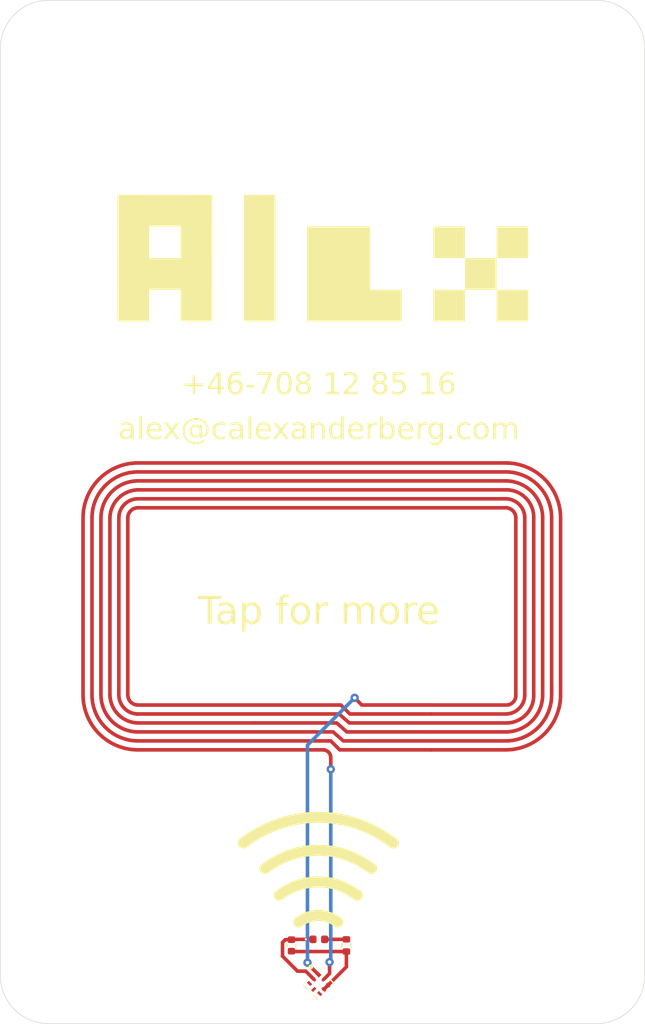
<source format=kicad_pcb>
(kicad_pcb (version 20240108) (generator "pcbnew") (generator_version "8.0")
  (title_block (title "NFC business card") (date "2024-09-01") (rev "2"))
  (layers (0 "F.Cu" signal) (31 "B.Cu" signal) (34 "B.Paste" user) (35 "F.Paste" user) (36 "B.SilkS" user "B.Silkscreen") (37 "F.SilkS" user "F.Silkscreen") (38 "B.Mask" user) (39 "F.Mask" user) (44 "Edge.Cuts" user))
  (net 0 "")
  (net 1 "Net-(U1-VCC)")
  (net 2 "Net-(D1-K)")
  (net 3 "Net-(D1-A)")
  (net 6 "Net-(U1-LA)")
  (footprint "Resistor_SMD:R_0402_1005Metric" (layer "F.Cu") (at 72.6087 106.2087 90)
    (property "Reference" "R1" (hide yes))
    (property "Value" "70Ω" (hide yes))
  )
  (footprint "LED_SMD:LED_0402_1005Metric" (layer "F.Cu") (at 70.3 105.7)
    (property "Reference" "D1" (hide yes))
    (property "Value" "LED" (hide yes))
  )
  (footprint "Capacitor_SMD:C_0402_1005Metric" (layer "F.Cu") (at 68.0087 106.2087 -90)
    (property "Reference" "C1" (hide yes))
    (property "Value" "c=200n" (hide yes))
  )
  (footprint "Business:IC_NT3H1101W0FHKH" (layer "F.Cu") (at 70.3 109.4587 -45)
    (property "Reference" "U1" (hide yes))
    (property "Value" "NT3H1101W0FHKH" (hide yes))
  )
  (gr_poly (pts (xy 56.083701 54.004533) (xy 53.437868 54.004533) (xy 53.437868 43.4212) (xy 56.083701 43.4212)) (stroke (width -0.000001)) (fill solid) (layer "F.SilkS"))
  (gr_poly (pts (xy 82.542034 48.712867) (xy 79.8962 48.712867) (xy 79.8962 46.067033) (xy 82.542034 46.067033)) (stroke (width -0.000001)) (fill solid) (layer "F.SilkS"))
  (gr_poly (pts (xy 70.868826 97.804066) (xy 71.485576 97.880558) (xy 72.097337 98.008043) (xy 72.701634 98.186523) (xy 73.295992 98.415997) (xy 73.877938 98.696465) (xy 74.444996 99.027928) (xy 74.994693 99.410385) (xy 75.013701 99.424996) (xy 75.031711 99.440373) (xy 75.048716 99.456475) (xy 75.06471 99.47326) (xy 75.079686 99.490688) (xy 75.093639 99.508718) (xy 75.106561 99.527311) (xy 75.118445 99.546424) (xy 75.129287 99.566018) (xy 75.139078 99.586052) (xy 75.147814 99.606484) (xy 75.155486 99.627275) (xy 75.162089 99.648384) (xy 75.167616 99.66977) (xy 75.172061 99.691392) (xy 75.175418 99.713209) (xy 75.177679 99.735182) (xy 75.178839 99.757269) (xy 75.178891 99.779429) (xy 75.177829 99.801623) (xy 75.175645 99.823808) (xy 75.172334 99.845945) (xy 75.167889 99.867994) (xy 75.162304 99.889912) (xy 75.155573 99.91166) (xy 75.147688 99.933197) (xy 75.138643 99.954481) (xy 75.128432 99.975474) (xy 75.117049 99.996133) (xy 75.104487 100.016419) (xy 75.090739 100.036289) (xy 75.075799 100.055705) (xy 75.068031 100.066449) (xy 75.059942 100.076862) (xy 75.051541 100.086943) (xy 75.042836 100.096692) (xy 75.033836 100.106107) (xy 75.024551 100.115189) (xy 75.005162 100.132348) (xy 74.984739 100.148164) (xy 74.963355 100.162632) (xy 74.941083 100.175746) (xy 74.917995 100.187502) (xy 74.894163 100.197895) (xy 74.869659 100.206918) (xy 74.844557 100.214567) (xy 74.818927 100.220837) (xy 74.792843 100.225723) (xy 74.766376 100.229219) (xy 74.7396 100.231321) (xy 74.712585 100.232022) (xy 74.712586 100.235548) (xy 74.693455 100.235176) (xy 74.674416 100.234054) (xy 74.655481 100.232178) (xy 74.63666 100.229543) (xy 74.617962 100.226143) (xy 74.599399 100.221973) (xy 74.58098 100.217029) (xy 74.562717 100.211305) (xy 74.544618 100.204795) (xy 74.526696 100.197496) (xy 74.508959 100.1894) (xy 74.491419 100.180504) (xy 74.474085 100.170803) (xy 74.456968 100.16029) (xy 74.440078 100.148961) (xy 74.423427 100.136811) (xy 73.940336 99.801464) (xy 73.44198 99.51083) (xy 72.930536 99.264909) (xy 72.408176 99.063701) (xy 71.877077 98.907206) (xy 71.339412 98.795423) (xy 70.797357 98.728354) (xy 70.253085 98.705997) (xy 69.708772 98.728354) (xy 69.166593 98.795423) (xy 68.628721 98.907206) (xy 68.097333 99.063701) (xy 67.574601 99.264909) (xy 67.062702 99.51083) (xy 66.56381 99.801464) (xy 66.080099 100.136811) (xy 66.060343 100.15048) (xy 66.040112 100.163058) (xy 66.019448 100.17455) (xy 65.998394 100.184961) (xy 65.976991 100.194294) (xy 65.955282 100.202555) (xy 65.933307 100.209749) (xy 65.91111 100.215878) (xy 65.888732 100.220949) (xy 65.866216 100.224965) (xy 65.843602 100.227932) (xy 65.820934 100.229853) (xy 65.798252 100.230733) (xy 65.7756 100.230577) (xy 65.753019 100.229389) (xy 65.73055 100.227174) (xy 65.708237 100.223936) (xy 65.686121 100.219679) (xy 65.664243 100.214409) (xy 65.642647 100.20813) (xy 65.621373 100.200846) (xy 65.600464 100.192562) (xy 65.579962 100.183282) (xy 65.559909 100.173011) (xy 65.540346 100.161754) (xy 65.521316 100.149514) (xy 65.502861 100.136297) (xy 65.485022 100.122106) (xy 65.467842 100.106948) (xy 65.451362 100.090825) (xy 65.435626 100.073742) (xy 65.420673 100.055705) (xy 65.406374 100.03661) (xy 65.393225 100.017038) (xy 65.381221 99.997032) (xy 65.370354 99.976631) (xy 65.360618 99.955876) (xy 65.352008 99.934808) (xy 65.344515 99.913468) (xy 65.338135 99.891896) (xy 65.33286 99.870132) (xy 65.328683 99.848218) (xy 65.3256 99.826195) (xy 65.323602 99.804102) (xy 65.322684 99.781981) (xy 65.32284 99.759872) (xy 65.324061 99.737816) (xy 65.326343 99.715854) (xy 65.329679 99.694026) (xy 65.334063 99.672373) (xy 65.339487 99.650936) (xy 65.345945 99.629755) (xy 65.353431 99.608871) (xy 65.361939 99.588325) (xy 65.371462 99.568157) (xy 65.381994 99.548408) (xy 65.393527 99.529119) (xy 65.406056 99.51033) (xy 65.419575 99.492082) (xy 65.434076 99.474417) (xy 65.449553 99.457373) (xy 65.466001 99.440993) (xy 65.483411 99.425317) (xy 65.501779 99.410385) (xy 66.052096 99.027928) (xy 66.619692 98.696465) (xy 67.202092 98.415997) (xy 67.796822 98.186523) (xy 68.401409 98.008043) (xy 69.013376 97.880558) (xy 69.630251 97.804066) (xy 70.249559 97.778569)) (stroke (width -0.000001)) (fill solid) (layer "F.SilkS"))
  (gr_poly (pts (xy 61.375368 51.3587) (xy 53.437868 51.3587) (xy 53.437868 48.712867) (xy 61.375368 48.712867)) (stroke (width -0.000001)) (fill solid) (layer "F.SilkS"))
  (gr_poly (pts (xy 61.375368 54.004533) (xy 58.729535 54.004533) (xy 58.729535 43.4212) (xy 61.375368 43.4212)) (stroke (width -0.000001)) (fill solid) (layer "F.SilkS"))
  (gr_poly (pts (xy 85.187866 51.3587) (xy 82.542034 51.3587) (xy 82.542034 48.712867) (xy 85.187866 48.712867)) (stroke (width -0.000001)) (fill solid) (layer "F.SilkS"))
  (gr_poly (pts (xy 82.542034 54.004533) (xy 79.8962 54.004533) (xy 79.8962 51.3587) (xy 82.542034 51.3587)) (stroke (width -0.000001)) (fill solid) (layer "F.SilkS"))
  (gr_poly (pts (xy 70.497231 103.245034) (xy 70.747008 103.276027) (xy 70.994821 103.327683) (xy 71.23969 103.4) (xy 71.480633 103.49298) (xy 71.716669 103.606622) (xy 71.946816 103.740926) (xy 72.170093 103.895892) (xy 72.189102 103.910504) (xy 72.207111 103.925881) (xy 72.224117 103.941982) (xy 72.240111 103.958767) (xy 72.255087 103.976196) (xy 72.26904 103.994226) (xy 72.281961 104.012819) (xy 72.293846 104.031932) (xy 72.304688 104.051526) (xy 72.314479 104.07156) (xy 72.323214 104.091992) (xy 72.330887 104.112783) (xy 72.33749 104.133892) (xy 72.343017 104.155277) (xy 72.347462 104.176899) (xy 72.350819 104.198717) (xy 72.35308 104.22069) (xy 72.35424 104.242777) (xy 72.354292 104.264937) (xy 72.353229 104.28713) (xy 72.351046 104.309316) (xy 72.347735 104.331453) (xy 72.34329 104.353502) (xy 72.337705 104.37542) (xy 72.330973 104.397168) (xy 72.323088 104.418705) (xy 72.314044 104.439989) (xy 72.303833 104.460982) (xy 72.29245 104.481641) (xy 72.279887 104.501927) (xy 72.266139 104.521797) (xy 72.2512 104.541213) (xy 72.235343 104.561208) (xy 72.218236 104.580175) (xy 72.199952 104.598078) (xy 72.180562 104.614881) (xy 72.16014 104.630547) (xy 72.138756 104.645041) (xy 72.116484 104.658325) (xy 72.093395 104.670365) (xy 72.069563 104.681124) (xy 72.04506 104.690566) (xy 72.019957 104.698655) (xy 71.994327 104.705353) (xy 71.968243 104.710627) (xy 71.941777 104.714438) (xy 71.915 104.716751) (xy 71.887986 104.71753) (xy 71.887986 104.721057) (xy 71.868855 104.720684) (xy 71.849816 104.719562) (xy 71.830881 104.717686) (xy 71.812059 104.715051) (xy 71.793362 104.711651) (xy 71.774798 104.707482) (xy 71.75638 104.702538) (xy 71.738116 104.696813) (xy 71.720018 104.690304) (xy 71.702095 104.683004) (xy 71.684358 104.674909) (xy 71.666818 104.666013) (xy 71.649484 104.656311) (xy 71.632367 104.645798) (xy 71.615477 104.634469) (xy 71.598825 104.622319) (xy 71.442697 104.513223) (xy 71.281579 104.418673) (xy 71.116183 104.338669) (xy 70.947224 104.273211) (xy 70.775413 104.222299) (xy 70.601463 104.185934) (xy 70.426088 104.164115) (xy 70.25 104.156842) (xy 70.073911 104.164115) (xy 69.898536 104.185934) (xy 69.724587 104.222299) (xy 69.552775 104.273211) (xy 69.383816 104.338669) (xy 69.21842 104.418673) (xy 69.057302 104.513223) (xy 68.901173 104.622319) (xy 68.881417 104.635988) (xy 68.861186 104.648566) (xy 68.840523 104.660058) (xy 68.819468 104.670469) (xy 68.798066 104.679802) (xy 68.776356 104.688063) (xy 68.754382 104.695257) (xy 68.732185 104.701386) (xy 68.709807 104.706457) (xy 68.68729 104.710473) (xy 68.664676 104.71344) (xy 68.642008 104.715361) (xy 68.619327 104.716241) (xy 68.596674 104.716085) (xy 68.574093 104.714897) (xy 68.551625 104.712682) (xy 68.529311 104.709443) (xy 68.507195 104.705187) (xy 68.485318 104.699917) (xy 68.463721 104.693638) (xy 68.442447 104.686354) (xy 68.421538 104.67807) (xy 68.401036 104.66879) (xy 68.380983 104.658519) (xy 68.36142 104.647262) (xy 68.34239 104.635022) (xy 68.323935 104.621805) (xy 68.306096 104.607614) (xy 68.288916 104.592456) (xy 68.272437 104.576333) (xy 68.2567 104.55925) (xy 68.241748 104.541213) (xy 68.227448 104.522118) (xy 68.2143 104.502546) (xy 68.202295 104.48254) (xy 68.191428 104.462139) (xy 68.181693 104.441384) (xy 68.173082 104.420316) (xy 68.16559 104.398976) (xy 68.159209 104.377404) (xy 68.153934 104.35564) (xy 68.149758 104.333726) (xy 68.146674 104.311703) (xy 68.144677 104.28961) (xy 68.143759 104.267489) (xy 68.143914 104.24538) (xy 68.145136 104.223324) (xy 68.147418 104.201362) (xy 68.150754 104.179534) (xy 68.155137 104.157881) (xy 68.160561 104.136444) (xy 68.167019 104.115263) (xy 68.174506 104.094379) (xy 68.183014 104.073833) (xy 68.192536 104.053665) (xy 68.203068 104.033916) (xy 68.214602 104.014627) (xy 68.227131 103.995838) (xy 68.240649 103.97759) (xy 68.25515 103.959924) (xy 68.270628 103.942881) (xy 68.287075 103.926501) (xy 68.304486 103.910824) (xy 68.322853 103.895892) (xy 68.546131 103.740926) (xy 68.776278 103.606622) (xy 69.012314 103.49298) (xy 69.253257 103.4) (xy 69.498126 103.327683) (xy 69.74594 103.276027) (xy 69.995716 103.245034) (xy 70.246474 103.234703)) (stroke (width -0.000001)) (fill solid) (layer "F.SilkS"))
  (gr_poly (pts (xy 66.667034 54.004533) (xy 64.021201 54.004533) (xy 64.021201 43.4212) (xy 66.667034 43.4212)) (stroke (width -0.000001)) (fill solid) (layer "F.SilkS"))
  (gr_poly (pts (xy 71.107143 95.05945) (xy 71.961832 95.165308) (xy 72.809764 95.341635) (xy 73.64752 95.588435) (xy 74.47168 95.905713) (xy 75.278825 96.293476) (xy 76.065535 96.751728) (xy 76.828391 97.280473) (xy 76.847399 97.295085) (xy 76.865409 97.310462) (xy 76.882414 97.326563) (xy 76.898408 97.343348) (xy 76.913385 97.360776) (xy 76.927337 97.378807) (xy 76.940259 97.397399) (xy 76.952144 97.416513) (xy 76.962985 97.436107) (xy 76.972777 97.45614) (xy 76.981512 97.476573) (xy 76.989184 97.497364) (xy 76.995787 97.518473) (xy 77.001315 97.539858) (xy 77.00576 97.56148) (xy 77.009116 97.583298) (xy 77.011378 97.60527) (xy 77.012538 97.627357) (xy 77.012589 97.649518) (xy 77.011527 97.671711) (xy 77.009343 97.693897) (xy 77.006032 97.716034) (xy 77.001588 97.738082) (xy 76.996003 97.760001) (xy 76.989271 97.781749) (xy 76.981386 97.803286) (xy 76.972341 97.824571) (xy 76.962131 97.845563) (xy 76.950747 97.866222) (xy 76.938185 97.886508) (xy 76.924437 97.906379) (xy 76.909497 97.925794) (xy 76.892322 97.946952) (xy 76.873917 97.966781) (xy 76.854376 97.985278) (xy 76.833791 98.002437) (xy 76.812256 98.018253) (xy 76.789863 98.032721) (xy 76.766706 98.045835) (xy 76.742877 98.057591) (xy 76.71847 98.067984) (xy 76.693578 98.077007) (xy 76.668292 98.084656) (xy 76.642707 98.090926) (xy 76.616916 98.095812) (xy 76.591011 98.099308) (xy 76.565085 98.10141) (xy 76.539231 98.102111) (xy 76.5201 98.101738) (xy 76.501061 98.100617) (xy 76.482126 98.098741) (xy 76.463304 98.096105) (xy 76.444607 98.092706) (xy 76.426044 98.088536) (xy 76.407625 98.083592) (xy 76.389362 98.077867) (xy 76.371263 98.071358) (xy 76.353341 98.064058) (xy 76.335604 98.055963) (xy 76.318064 98.047067) (xy 76.30073 98.037365) (xy 76.283613 98.026853) (xy 76.266723 98.015524) (xy 76.250071 98.003374) (xy 75.554444 97.521119) (xy 74.836986 97.103164) (xy 74.100829 96.749511) (xy 73.349104 96.460158) (xy 72.584939 96.235105) (xy 71.811467 96.074354) (xy 71.031816 95.977903) (xy 70.249118 95.945752) (xy 69.466502 95.977903) (xy 68.6871 96.074354) (xy 67.91404 96.235105) (xy 67.150454 96.460158) (xy 66.399473 96.749511) (xy 65.664225 97.103164) (xy 64.947842 97.521119) (xy 64.253454 98.003374) (xy 64.233697 98.017042) (xy 64.213466 98.029621) (xy 64.192803 98.041113) (xy 64.171748 98.051523) (xy 64.150346 98.060857) (xy 64.128636 98.069118) (xy 64.106662 98.076311) (xy 64.084465 98.082441) (xy 64.062087 98.087512) (xy 64.03957 98.091528) (xy 64.016956 98.094494) (xy 63.994288 98.096415) (xy 63.971607 98.097296) (xy 63.948954 98.097139) (xy 63.926373 98.095951) (xy 63.903905 98.093736) (xy 63.881592 98.090498) (xy 63.859475 98.086242) (xy 63.837598 98.080972) (xy 63.816001 98.074693) (xy 63.794727 98.067409) (xy 63.773818 98.059124) (xy 63.753316 98.049845) (xy 63.733263 98.039574) (xy 63.7137 98.028316) (xy 63.69467 98.016077) (xy 63.676215 98.002859) (xy 63.658376 97.988669) (xy 63.641196 97.97351) (xy 63.624717 97.957388) (xy 63.60898 97.940305) (xy 63.594027 97.922268) (xy 63.579398 97.903483) (xy 63.565921 97.884182) (xy 63.553592 97.864409) (xy 63.542406 97.844206) (xy 63.53236 97.823616) (xy 63.523448 97.80268) (xy 63.515666 97.781443) (xy 63.50901 97.759946) (xy 63.503474 97.738232) (xy 63.499055 97.716343) (xy 63.495747 97.694323) (xy 63.493547 97.672214) (xy 63.49245 97.650059) (xy 63.492451 97.627899) (xy 63.493546 97.605778) (xy 63.495731 97.583739) (xy 63.499 97.561823) (xy 63.503349 97.540074) (xy 63.508774 97.518535) (xy 63.51527 97.497247) (xy 63.522833 97.476254) (xy 63.531458 97.455597) (xy 63.541141 97.435321) (xy 63.551877 97.415466) (xy 63.563661 97.396077) (xy 63.57649 97.377195) (xy 63.590358 97.358863) (xy 63.605261 97.341124) (xy 63.621194 97.32402) (xy 63.638154 97.307594) (xy 63.656135 97.291889) (xy 63.675133 97.276947) (xy 64.436749 96.748823) (xy 65.222385 96.291121) (xy 66.028621 95.903845) (xy 66.852038 95.587002) (xy 67.689215 95.340596) (xy 68.536734 95.164633) (xy 69.391175 95.059117) (xy 70.249118 95.024055)) (stroke (width -0.000001)) (fill solid) (layer "F.SilkS"))
  (gr_poly (pts (xy 87.8337 54.004533) (xy 85.187866 54.004533) (xy 85.187866 51.3587) (xy 87.8337 51.3587)) (stroke (width -0.000001)) (fill solid) (layer "F.SilkS"))
  (gr_poly (pts (xy 77.250366 54.004533) (xy 71.9587 54.004533) (xy 71.9587 51.3587) (xy 77.250366 51.3587)) (stroke (width -0.000001)) (fill solid) (layer "F.SilkS"))
  (gr_poly (pts (xy 87.8337 48.712867) (xy 85.187866 48.712867) (xy 85.187866 46.067033) (xy 87.8337 46.067033)) (stroke (width -0.000001)) (fill solid) (layer "F.SilkS"))
  (gr_poly (pts (xy 74.604534 54.004533) (xy 69.312867 54.004533) (xy 69.312867 46.067033) (xy 74.604534 46.067033)) (stroke (width -0.000001)) (fill solid) (layer "F.SilkS"))
  (gr_poly (pts (xy 70.713071 100.446826) (xy 71.176036 100.504101) (xy 71.635261 100.599561) (xy 72.088876 100.733204) (xy 72.535012 100.90503) (xy 72.971798 101.11504) (xy 73.397365 101.363234) (xy 73.809842 101.649612) (xy 73.82885 101.664224) (xy 73.84686 101.679601) (xy 73.863865 101.695702) (xy 73.879859 101.712487) (xy 73.894836 101.729915) (xy 73.908788 101.747946) (xy 73.92171 101.766538) (xy 73.933595 101.785652) (xy 73.944436 101.805245) (xy 73.954228 101.825279) (xy 73.962963 101.845712) (xy 73.970635 101.866503) (xy 73.977238 101.887611) (xy 73.982766 101.908997) (xy 73.987211 101.930619) (xy 73.990567 101.952437) (xy 73.992829 101.974409) (xy 73.993989 101.996496) (xy 73.994041 102.018656) (xy 73.992978 102.04085) (xy 73.990794 102.063036) (xy 73.987484 102.085173) (xy 73.983039 102.107221) (xy 73.977454 102.129139) (xy 73.970722 102.150887) (xy 73.962837 102.172424) (xy 73.953792 102.193709) (xy 73.943582 102.214701) (xy 73.932198 102.23536) (xy 73.919636 102.255646) (xy 73.905888 102.275517) (xy 73.890948 102.294932) (xy 73.873852 102.31609) (xy 73.855671 102.335919) (xy 73.836478 102.354416) (xy 73.816344 102.371575) (xy 73.795343 102.387391) (xy 73.773546 102.401859) (xy 73.751026 102.414974) (xy 73.727855 102.426729) (xy 73.704105 102.437122) (xy 73.67985 102.446145) (xy 73.65516 102.453794) (xy 73.630109 102.460064) (xy 73.604768 102.46495) (xy 73.579211 102.468446) (xy 73.553509 102.470548) (xy 73.527735 102.47125) (xy 73.527735 102.474776) (xy 73.508603 102.474403) (xy 73.489565 102.473281) (xy 73.47063 102.471405) (xy 73.451808 102.46877) (xy 73.433111 102.46537) (xy 73.414548 102.461201) (xy 73.396129 102.456257) (xy 73.377865 102.450532) (xy 73.359767 102.444023) (xy 73.341844 102.436723) (xy 73.324108 102.428628) (xy 73.306567 102.419732) (xy 73.289233 102.41003) (xy 73.272116 102.399517) (xy 73.255227 102.388188) (xy 73.238575 102.376038) (xy 72.893363 102.13553) (xy 72.537142 101.92709) (xy 72.171469 101.750718) (xy 71.797898 101.606414) (xy 71.417984 101.494177) (xy 71.033281 101.414007) (xy 70.645345 101.365906) (xy 70.25573 101.349872) (xy 69.86599 101.365906) (xy 69.477682 101.414007) (xy 69.092359 101.494177) (xy 68.711577 101.606414) (xy 68.33689 101.750718) (xy 67.969854 101.92709) (xy 67.612022 102.13553) (xy 67.26495 102.376038) (xy 67.245194 102.389707) (xy 67.224963 102.402285) (xy 67.204299 102.413777) (xy 67.183245 102.424188) (xy 67.161842 102.433521) (xy 67.140133 102.441783) (xy 67.118158 102.448976) (xy 67.095961 102.455105) (xy 67.073583 102.460176) (xy 67.051067 102.464192) (xy 67.028453 102.467159) (xy 67.005785 102.46908) (xy 66.983103 102.46996) (xy 66.960451 102.469804) (xy 66.93787 102.468616) (xy 66.915401 102.466401) (xy 66.893088 102.463163) (xy 66.870972 102.458906) (xy 66.849094 102.453636) (xy 66.827498 102.447357) (xy 66.806224 102.440073) (xy 66.785315 102.431789) (xy 66.764813 102.422509) (xy 66.744759 102.412238) (xy 66.725197 102.400981) (xy 66.706167 102.388741) (xy 66.687711 102.375524) (xy 66.669873 102.361334) (xy 66.652693 102.346175) (xy 66.636213 102.330052) (xy 66.620476 102.31297) (xy 66.605524 102.294932) (xy 66.591225 102.275837) (xy 66.578076 102.256266) (xy 66.566072 102.236259) (xy 66.555205 102.215858) (xy 66.545469 102.195104) (xy 66.536858 102.174036) (xy 66.529366 102.152695) (xy 66.522986 102.131123) (xy 66.51771 102.10936) (xy 66.513534 102.087446) (xy 66.510451 102.065422) (xy 66.508453 102.043329) (xy 66.507535 102.021208) (xy 66.50769 101.999099) (xy 66.508912 101.977044) (xy 66.511194 101.955081) (xy 66.51453 101.933253) (xy 66.518913 101.9116) (xy 66.524337 101.890163) (xy 66.530796 101.868982) (xy 66.538282 101.848098) (xy 66.54679 101.827552) (xy 66.556313 101.807384) (xy 66.566844 101.787635) (xy 66.578378 101.768346) (xy 66.590907 101.749557) (xy 66.604426 101.73131) (xy 66.618927 101.713644) (xy 66.634404 101.696601) (xy 66.650851 101.68022) (xy 66.668262 101.664544) (xy 66.68663 101.649612) (xy 67.099107 101.363234) (xy 67.524673 101.11504) (xy 67.961459 100.90503) (xy 68.407595 100.733204) (xy 68.86121 100.599561) (xy 69.320436 100.504101) (xy 69.783401 100.446826) (xy 70.248236 100.427734)) (stroke (width -0.000001)) (fill solid) (layer "F.SilkS"))
  (gr_poly (pts (xy 61.375368 46.067033) (xy 53.437868 46.067033) (xy 53.437868 43.4212) (xy 61.375368 43.4212)) (stroke (width -0.000001)) (fill solid) (layer "F.SilkS"))
  (gr_line (start 93.55 112.75) (end 47.67 112.75) (stroke (width 0.05)) (layer "Edge.Cuts"))
  (gr_arc (start 93.55 27.15) (mid 96.413782 28.336218) (end 97.6 31.2) (stroke (width 0.05)) (layer "Edge.Cuts"))
  (gr_line (start 97.6 31.2) (end 97.6 108.7) (stroke (width 0.05)) (layer "Edge.Cuts"))
  (gr_arc (start 97.6 108.7) (mid 96.413782 111.563782) (end 93.55 112.75) (stroke (width 0.05)) (layer "Edge.Cuts"))
  (gr_arc (start 47.67 112.75) (mid 44.806218 111.563782) (end 43.62 108.7) (stroke (width 0.05)) (layer "Edge.Cuts"))
  (gr_line (start 47.67 27.15) (end 93.55 27.15) (stroke (width 0.05)) (layer "Edge.Cuts"))
  (gr_arc (start 43.62 31.2) (mid 44.806218 28.336218) (end 47.67 27.15) (stroke (width 0.05)) (layer "Edge.Cuts"))
  (gr_line (start 43.62 108.7) (end 43.62 31.2) (stroke (width 0.05)) (layer "Edge.Cuts"))
  (gr_text "alex@calexanderberg.com" (at 70.3 64.1587 0) (layer "F.SilkS") (effects (font (size 1.8 1.8)) (justify bottom)))
  (gr_text "Tap for more" (at 70.3 79.7 0) (layer "F.SilkS") (effects (font (size 2.3 2.3)) (justify bottom)))
  (gr_text "+46-708 12 85 16" (at 70.3 60.4087 0) (layer "F.SilkS") (effects (font (size 1.8 1.8)) (justify bottom)))
  (segment (start 72.6087 107.998528) (end 71.077817 109.529411) (width 0.3) (layer "F.Cu") (net 1))
  (segment (start 72.6087 106.7187) (end 72.6087 107.998528) (width 0.3) (layer "F.Cu") (net 1))
  (segment (start 68.0387 106.7187) (end 68.0087 106.6887) (width 0.2) (layer "F.Cu") (net 1))
  (segment (start 68.06 106.66) (end 68 106.72) (width 0.2) (layer "F.Cu") (net 1))
  (segment (start 72.6087 106.7187) (end 68.0387 106.7187) (width 0.3) (layer "F.Cu") (net 1))
  (segment (start 71.077817 109.529411) (end 70.724264 109.882964) (width 0.3) (layer "F.Cu") (net 1))
  (segment (start 69.20435 108.3587) (end 68.5087 108.3587) (width 0.3) (layer "F.Cu") (net 2))
  (segment (start 67.2587 105.9587) (end 67.4887 105.7287) (width 0.3) (layer "F.Cu") (net 2))
  (segment (start 68.0374 105.7) (end 68.0087 105.7287) (width 0.3) (layer "F.Cu") (net 2))
  (segment (start 68.5087 108.3587) (end 67.2587 107.1087) (width 0.3) (layer "F.Cu") (net 2))
  (segment (start 67.4887 105.7287) (end 68.0087 105.7287) (width 0.3) (layer "F.Cu") (net 2))
  (segment (start 69.875736 109.034436) (end 69.875736 109.030086) (width 0.3) (layer "F.Cu") (net 2))
  (segment (start 69.815 105.7) (end 68.0374 105.7) (width 0.3) (layer "F.Cu") (net 2))
  (segment (start 67.2587 107.1087) (end 67.2587 105.9587) (width 0.3) (layer "F.Cu") (net 2))
  (segment (start 69.875736 109.030086) (end 69.20435 108.3587) (width 0.3) (layer "F.Cu") (net 2))
  (segment (start 70.7863 105.6987) (end 70.785 105.7) (width 0.3) (layer "F.Cu") (net 3))
  (segment (start 72.6087 105.6987) (end 70.7863 105.6987) (width 0.3) (layer "F.Cu") (net 3))
  (segment (start 51.32014 70.05948) (end 51.343 69.8639) (width 0.3) (layer "F.Cu") (net 6))
  (segment (start 89.93322 68.1494) (end 90.0399 68.3399) (width 0.3) (layer "F.Cu") (net 6))
  (segment (start 87.81994 67.08006) (end 87.98758 67.17912) (width 0.3) (layer "F.Cu") (net 6))
  (segment (start 52.105 87.6058) (end 51.9907 87.44832) (width 0.3) (layer "F.Cu") (net 6))
  (segment (start 52.359 86.59234) (end 52.28788 86.43486) (width 0.3) (layer "F.Cu") (net 6))
  (segment (start 90.29644 68.94442) (end 90.36502 69.1527) (width 0.3) (layer "F.Cu") (net 6))
  (segment (start 77.85024 87.59774) (end 72.85066 87.59774) (width 0.3) (layer "F.Cu") (net 6))
  (segment (start 54.31734 70.2703) (end 54.3402 70.18394) (width 0.3) (layer "F.Cu") (net 6))
  (segment (start 53.59598 86.98096) (end 53.48676 86.87682) (width 0.3) (layer "F.Cu") (net 6))
  (segment (start 86.0521 87.60072) (end 86.04912 87.59774) (width 0.3) (layer "F.Cu") (net 6))
  (segment (start 71.49938 88.34704) (end 55.1509 88.34704) (width 0.3) (layer "F.Cu") (net 6))
  (segment (start 89.1255 88.57862) (end 88.96294 88.72594) (width 0.3) (layer "F.Cu") (net 6))
  (segment (start 51.88148 87.28576) (end 51.78242 87.11812) (width 0.3) (layer "F.Cu") (net 6))
  (segment (start 52.80096 85.24868) (end 52.80096 70.4481) (width 0.3) (layer "F.Cu") (net 6))
  (segment (start 89.28044 88.42368) (end 89.1255 88.57862) (width 0.3) (layer "F.Cu") (net 6))
  (segment (start 89.56238 86.58726) (end 89.48872 86.7676) (width 0.3) (layer "F.Cu") (net 6))
  (segment (start 54.02016 86.37898) (end 53.9338 86.28754) (width 0.3) (layer "F.Cu") (net 6))
  (segment (start 53.95666 87.2502) (end 53.8322 87.16892) (width 0.3) (layer "F.Cu") (net 6))
  (segment (start 87.3221 87.18416) (end 87.1951 87.26798) (width 0.3) (layer "F.Cu") (net 6))
  (segment (start 86.4458 86.77014) (end 86.32388 86.8057) (width 0.3) (layer "F.Cu") (net 6))
  (segment (start 86.80902 88.22556) (end 86.63884 88.26874) (width 0.3) (layer "F.Cu") (net 6))
  (segment (start 50.88072 68.73868) (end 50.96708 68.53802) (width 0.3) (layer "F.Cu") (net 6))
  (segment (start 54.80248 67.36962) (end 54.97774 67.35438) (width 0.3) (layer "F.Cu") (net 6))
  (segment (start 86.98936 86.46534) (end 86.8903 86.54408) (width 0.3) (layer "F.Cu") (net 6))
  (segment (start 86.80044 70.4313) (end 86.80044 85.33066) (width 0.3) (layer "F.Cu") (net 6))
  (segment (start 88.37366 87.18162) (end 88.2619 87.3137) (width 0.3) (layer "F.Cu") (net 6))
  (segment (start 86.72774 70.10266) (end 86.76076 70.18394) (width 0.3) (layer "F.Cu") (net 6))
  (segment (start 54.65262 68.1621) (end 54.79994 68.13162) (width 0.3) (layer "F.Cu") (net 6))
  (segment (start 87.5507 85.24868) (end 87.54562 85.37314) (width 0.3) (layer "F.Cu") (net 6))
  (segment (start 52.88986 69.85374) (end 52.93558 69.70896) (width 0.3) (layer "F.Cu") (net 6))
  (segment (start 53.85506 66.03358) (end 54.06588 65.9777) (width 0.3) (layer "F.Cu") (net 6))
  (segment (start 71.08282 90.01074) (end 71.01932 89.96248) (width 0.3) (layer "F.Cu") (net 6))
  (segment (start 86.67694 69.02316) (end 86.78616 69.08412) (width 0.3) (layer "F.Cu") (net 6))
  (segment (start 89.02898 85.59666) (end 89.00612 85.76684) (width 0.3) (layer "F.Cu") (net 6))
  (segment (start 86.29848 88.32716) (end 86.12322 88.3424) (width 0.3) (layer "F.Cu") (net 6))
  (segment (start 89.02898 70.10012) (end 89.04422 70.27538) (width 0.3) (layer "F.Cu") (net 6))
  (segment (start 54.80502 69.67086) (end 54.8863 69.63784) (width 0.3) (layer "F.Cu") (net 6))
  (segment (start 53.59598 68.71582) (end 53.71028 68.61676) (width 0.3) (layer "F.Cu") (net 6))
  (segment (start 51.47762 69.29494) (end 51.53858 69.10952) (width 0.3) (layer "F.Cu") (net 6))
  (segment (start 54.2259 87.3899) (end 54.08874 87.32386) (width 0.3) (layer "F.Cu") (net 6))
  (segment (start 89.80114 70.4481) (end 89.80114 84.49938) (width 0.3) (layer "F.Cu") (net 6))
  (segment (start 54.49514 65.89388) (end 54.71358 65.86848) (width 0.3) (layer "F.Cu") (net 6))
  (segment (start 54.9498 68.1113) (end 55.09966 68.10114) (width 0.3) (layer "F.Cu") (net 6))
  (segment (start 70.95328 89.92184) (end 70.88216 89.89136) (width 0.3) (layer "F.Cu") (net 6))
  (segment (start 53.629 69.9528) (end 53.67218 69.83596) (width 0.3) (layer "F.Cu") (net 6))
  (segment (start 87.44148 68.60406) (end 87.3221 68.51516) (width 0.3) (layer "F.Cu") (net 6))
  (segment (start 51.32014 85.6373) (end 51.3049 85.44426) (width 0.3) (layer "F.Cu") (net 6))
  (segment (start 53.05242 69.4321) (end 53.12354 69.30002) (width 0.3) (layer "F.Cu") (net 6))
  (segment (start 52.80096 70.4481) (end 52.80858 70.29824) (width 0.3) (layer "F.Cu") (net 6))
  (segment (start 87.4491 87.9614) (end 87.29416 88.04014) (width 0.3) (layer "F.Cu") (net 6))
  (segment (start 87.29416 67.65664) (end 87.4491 67.73538) (width 0.3) (layer "F.Cu") (net 6))
  (segment (start 86.5347 89.05614) (end 86.33912 89.079) (width 0.3) (layer "F.Cu") (net 6))
  (segment (start 87.46942 88.7869) (end 87.28908 88.86056) (width 0.3) (layer "F.Cu") (net 6))
  (segment (start 53.44104 89.51842) (end 53.24038 89.43206) (width 0.3) (layer "F.Cu") (net 6))
  (segment (start 53.8068 67.65664) (end 53.96428 67.58552) (width 0.3) (layer "F.Cu") (net 6))
  (segment (start 87.2459 66.03358) (end 87.45418 66.10216) (width 0.3) (layer "F.Cu") (net 6))
  (segment (start 70.88216 89.89136) (end 70.80596 89.86596) (width 0.3) (layer "F.Cu") (net 6))
  (segment (start 88.19586 69.70642) (end 88.14506 69.56672) (width 0.3) (layer "F.Cu") (net 6))
  (segment (start 79.70104 88.34704) (end 72.65 88.34704) (width 0.3) (layer "F.Cu") (net 6))
  (segment (start 89.697 67.7811) (end 89.82146 67.96144) (width 0.3) (layer "F.Cu") (net 6))
  (segment (start 89.67922 86.21388) (end 89.62334 86.40184) (width 0.3) (layer "F.Cu") (net 6))
  (segment (start 88.14506 86.1326) (end 88.08664 86.2723) (width 0.3) (layer "F.Cu") (net 6))
  (segment (start 85.9505 89.84862) (end 79.70148 89.84862) (width 0.3) (layer "F.Cu") (net 6))
  (segment (start 72.85066 87.59774) (end 71.99976 86.84844) (width 0.3) (layer "F.Cu") (net 6))
  (segment (start 89.21948 87.28576) (end 89.11026 87.44832) (width 0.3) (layer "F.Cu") (net 6))
  (segment (start 53.28864 86.64822) (end 53.20228 86.5263) (width 0.3) (layer "F.Cu") (net 6))
  (segment (start 87.03508 89.71908) (end 86.82172 89.7648) (width 0.3) (layer "F.Cu") (net 6))
  (segment (start 55.026 86.8438) (end 54.899 86.82856) (width 0.3) (layer "F.Cu") (net 6))
  (segment (start 86.9284 68.29418) (end 86.7887 68.2383) (width 0.3) (layer "F.Cu") (net 6))
  (segment (start 55.25206 87.59818) (end 55.09966 87.59564) (width 0.3) (layer "F.Cu") (net 6))
  (segment (start 85.9505 66.59746) (end 86.14608 66.60254) (width 0.3) (layer "F.Cu") (net 6))
  (segment (start 86.7887 68.2383) (end 86.64392 68.19004) (width 0.3) (layer "F.Cu") (net 6))
  (segment (start 51.78242 68.57866) (end 51.88148 68.41102) (width 0.3) (layer "F.Cu") (net 6))
  (segment (start 54.6323 88.3043) (end 54.46212 88.26874) (width 0.3) (layer "F.Cu") (net 6))
  (segment (start 55.15142 86.84844) (end 55.15116 86.84818) (width 0.3) (layer "F.Cu") (net 6))
  (segment (start 54.65516 86.77014) (end 54.53832 86.72696) (width 0.3) (layer "F.Cu") (net 6))
  (segment (start 87.13668 88.11126) (end 86.97412 88.17476) (width 0.3) (layer "F.Cu") (net 6))
  (segment (start 53.24038 89.43206) (end 53.04226 89.33808) (width 0.3) (layer "F.Cu") (net 6))
  (segment (start 54.42402 69.02316) (end 54.53832 68.96982) (width 0.3) (layer "F.Cu") (net 6))
  (segment (start 87.85804 86.66092) (end 87.76406 86.77776) (width 0.3) (layer "F.Cu") (net 6))
  (segment (start 53.78648 86.08434) (end 53.72552 85.97512) (width 0.3) (layer "F.Cu") (net 6))
  (segment (start 90.29644 86.75236) (end 90.22024 86.9581) (width 0.3) (layer "F.Cu") (net 6))
  (segment (start 88.6175 88.99518) (end 88.43716 89.11964) (width 0.3) (layer "F.Cu") (net 6))
  (segment (start 88.87658 69.42448) (end 88.92738 69.58958) (width 0.3) (layer "F.Cu") (net 6))
  (segment (start 51.6732 88.26112) (end 51.5335 88.09094) (width 0.3) (layer "F.Cu") (net 6))
  (segment (start 87.59896 67.82428) (end 87.74374 67.9208) (width 0.3) (layer "F.Cu") (net 6))
  (segment (start 55.15116 86.84818) (end 55.15046 86.84888) (width 0.3) (layer "F.Cu") (net 6))
  (segment (start 54.21066 69.1527) (end 54.3148 69.08412) (width 0.3) (layer "F.Cu") (net 6))
  (segment (start 86.05044 86.09958) (end 79.80396 86.09958) (width 0.3) (layer "F.Cu") (net 6))
  (segment (start 87.06302 68.35768) (end 86.9284 68.29418) (width 0.3) (layer "F.Cu") (net 6))
  (segment (start 54.97774 67.35438) (end 55.15046 67.3493) (width 0.3) (layer "F.Cu") (net 6))
  (segment (start 86.71846 85.65762) (end 86.67782 85.72874) (width 0.3) (layer "F.Cu") (net 6))
  (segment (start 87.16716 69.40924) (end 87.2459 69.5083) (width 0.3) (layer "F.Cu") (net 6))
  (segment (start 72.9007 86.84844) (end 72.15044 86.09818) (width 0.3) (layer "F.Cu") (net 6))
  (segment (start 87.42878 69.83596) (end 87.47196 69.9528) (width 0.3) (layer "F.Cu") (net 6))
  (segment (start 87.74374 87.77598) (end 87.59896 87.8725) (width 0.3) (layer "F.Cu") (net 6))
  (segment (start 86.60582 89.8029) (end 86.38738 89.8283) (width 0.3) (layer "F.Cu") (net 6))
  (segment (start 89.48872 86.7676) (end 89.40744 86.9454) (width 0.3) (layer "F.Cu") (net 6))
  (segment (start 90.36502 69.1527) (end 90.4209 69.36352) (width 0.3) (layer "F.Cu") (net 6))
  (segment (start 86.46866 67.39248) (end 86.63884 67.42804) (width 0.3) (layer "F.Cu") (net 6))
  (segment (start 86.75148 85.57888) (end 86.71846 85.65762) (width 0.3) (layer "F.Cu") (net 6))
  (segment (start 88.2492 66.46538) (end 88.43716 66.57714) (width 0.3) (layer "F.Cu") (net 6))
  (segment (start 51.53858 86.58726) (end 51.47762 86.40184) (width 0.3) (layer "F.Cu") (net 6))
  (segment (start 88.30254 70.45064) (end 88.3 70.29824) (width 0.3) (layer "F.Cu") (net 6))
  (segment (start 52.62316 68.65486) (end 52.7273 68.51516) (width 0.3) (layer "F.Cu") (net 6))
  (segment (start 51.97546 88.57862) (end 51.82052 88.42368) (width 0.3) (layer "F.Cu") (net 6))
  (segment (start 52.7273 87.18162) (end 52.62316 87.04192) (width 0.3) (layer "F.Cu") (net 6))
  (segment (start 52.95082 88.40844) (end 52.79334 88.29414) (width 0.3) (layer "F.Cu") (net 6))
  (segment (start 86.21466 69.63784) (end 86.29594 69.67086) (width 0.3) (layer "F.Cu") (net 6))
  (segment (start 70.72976 89.85326) (end 70.65102 89.84818) (width 0.3) (layer "F.Cu") (net 6))
  (segment (start 86.07496 86.8438) (end 85.9505 86.84888) (width 0.3) (layer "F.Cu") (net 6))
  (segment (start 50.63434 86.1199) (end 50.59624 85.904) (width 0.3) (layer "F.Cu") (net 6))
  (segment (start 88.97056 69.75976) (end 89.00612 69.92994) (width 0.3) (layer "F.Cu") (net 6))
  (segment (start 54.95488 66.60254) (end 55.15046 66.59746) (width 0.3) (layer "F.Cu") (net 6))
  (segment (start 88.45748 67.5271) (end 88.60226 67.65664) (width 0.3) (layer "F.Cu") (net 6))
  (segment (start 51.88148 68.41102) (end 51.9907 68.24846) (width 0.3) (layer "F.Cu") (net 6))
  (segment (start 54.97266 86.0818) (end 54.8863 86.05894) (width 0.3) (layer "F.Cu") (net 6))
  (segment (start 52.4987 67.65664) (end 52.64348 67.5271) (width 0.3) (layer "F.Cu") (net 6))
  (segment (start 54.80502 86.02592) (end 54.72628 85.98528) (width 0.3) (layer "F.Cu") (net 6))
  (segment (start 54.6323 67.39248) (end 54.80248 67.36962) (width 0.3) (layer "F.Cu") (net 6))
  (segment (start 86.20196 87.5931) (end 86.0521 87.60072) (width 0.3) (layer "F.Cu") (net 6))
  (segment (start 52.6638 66.57714) (end 52.84922 66.46538) (width 0.3) (layer "F.Cu") (net 6))
  (segment (start 53.63154 88.7869) (end 53.45374 88.70562) (width 0.3) (layer "F.Cu") (net 6))
  (segment (start 54.41386 70.02392) (end 54.46212 69.94772) (width 0.3) (layer "F.Cu") (net 6))
  (segment (start 52.82636 85.5484) (end 52.80858 85.39854) (width 0.3) (layer "F.Cu") (net 6))
  (segment (start 69.35 107.730882) (end 70.264645 108.645527) (width 0.3) (layer "F.Cu") (net 6))
  (segment (start 89.21948 68.41102) (end 89.31854 68.57866) (width 0.3) (layer "F.Cu") (net 6))
  (segment (start 50.5556 85.46712) (end 50.55052 85.24868) (width 0.3) (layer "F.Cu") (net 6))
  (segment (start 88.79276 88.86564) (end 88.6175 88.99518) (width 0.3) (layer "F.Cu") (net 6))
  (segment (start 89.82146 87.73534) (end 89.697 87.91568) (width 0.3) (layer "F.Cu") (net 6))
  (segment (start 50.55052 85.24868) (end 50.55052 70.4481) (width 0.3) (layer "F.Cu") (net 6))
  (segment (start 79.70104 89.84818) (end 72.05056 89.84818) (width 0.3) (layer "F.Cu") (net 6))
  (segment (start 88.3 70.29824) (end 88.28984 70.14838) (width 0.3) (layer "F.Cu") (net 6))
  (segment (start 86.51018 85.91924) (end 86.44414 85.9675) (width 0.3) (layer "F.Cu") (net 6))
  (segment (start 87.98758 67.17912) (end 88.15014 67.28834) (width 0.3) (layer "F.Cu") (net 6))
  (segment (start 86.78616 86.61266) (end 86.67694 86.67362) (width 0.3) (layer "F.Cu") (net 6))
  (segment (start 54.08874 87.32386) (end 53.95666 87.2502) (width 0.3) (layer "F.Cu") (net 6))
  (segment (start 87.55578 86.9962) (end 87.44148 87.09526) (width 0.3) (layer "F.Cu") (net 6))
  (segment (start 90.36502 86.54408) (end 90.29644 86.75236) (width 0.3) (layer "F.Cu") (net 6))
  (segment (start 54.72628 85.98528) (end 54.65008 85.93702) (width 0.3) (layer "F.Cu") (net 6))
  (segment (start 51.69352 68.75138) (end 51.78242 68.57866) (width 0.3) (layer "F.Cu") (net 6))
  (segment (start 54.42402 86.67362) (end 54.3148 86.61266) (width 0.3) (layer "F.Cu") (net 6))
  (segment (start 86.78616 69.08412) (end 86.8903 69.1527) (width 0.3) (layer "F.Cu") (net 6))
  (segment (start 88.01552 87.56008) (end 87.88344 87.67184) (width 0.3) (layer "F.Cu") (net 6))
  (segment (start 87.28908 66.83622) (end 87.46942 66.90988) (width 0.3) (layer "F.Cu") (net 6))
  (segment (start 88.96294 88.72594) (end 88.79276 88.86564) (width 0.3) (layer "F.Cu") (net 6))
  (segment (start 85.9505 86.84888) (end 79.70148 86.84888) (width 0.3) (layer "F.Cu") (net 6))
  (segment (start 53.85506 89.6632) (end 53.64678 89.59462) (width 0.3) (layer "F.Cu") (net 6))
  (segment (start 88.8715 67.94112) (end 88.99596 68.09098) (width 0.3) (layer "F.Cu") (net 6))
  (segment (start 89.48872 68.92918) (end 89.56238 69.10952) (width 0.3) (layer "F.Cu") (net 6))
  (segment (start 88.66322 86.74728) (end 88.57432 86.89714) (width 0.3) (layer "F.Cu") (net 6))
  (segment (start 86.46866 88.3043) (end 86.29848 88.32716) (width 0.3) (layer "F.Cu") (net 6))
  (segment (start 86.56264 86.72696) (end 86.4458 86.77014) (width 0.3) (layer "F.Cu") (net 6))
  (segment (start 54.37322 70.10266) (end 54.41386 70.02392) (width 0.3) (layer "F.Cu") (net 6))
  (segment (start 50.57084 85.68556) (end 50.5556 85.46712) (width 0.3) (layer "F.Cu") (net 6))
  (segment (start 86.4458 68.92664) (end 86.56264 68.96982) (width 0.3) (layer "F.Cu") (net 6))
  (segment (start 53.95666 68.44658) (end 54.08874 68.37292) (width 0.3) (layer "F.Cu") (net 6))
  (segment (start 72.05056 89.84818) (end 71.29872 89.09888) (width 0.3) (layer "F.Cu") (net 6))
  (segment (start 51.82052 88.42368) (end 51.6732 88.26112) (width 0.3) (layer "F.Cu") (net 6))
  (segment (start 53.8322 87.16892) (end 53.71028 87.08002) (width 0.3) (layer "F.Cu") (net 6))
  (segment (start 55.026 68.85298) (end 55.15046 68.8479) (width 0.3) (layer "F.Cu") (net 6))
  (segment (start 86.44414 85.9675) (end 86.37048 86.01068) (width 0.3) (layer "F.Cu") (net 6))
  (segment (start 90.54536 85.46712) (end 90.53012 85.68556) (width 0.3) (layer "F.Cu") (net 6))
  (segment (start 64.90002 87.59818) (end 55.25206 87.59818) (width 0.3) (layer "F.Cu") (net 6))
  (segment (start 51.37856 69.6734) (end 51.42174 69.4829) (width 0.3) (layer "F.Cu") (net 6))
  (segment (start 87.86058 89.43206) (end 87.65992 89.51842) (width 0.3) (layer "F.Cu") (net 6))
  (segment (start 52.93558 69.70896) (end 52.98892 69.56926) (width 0.3) (layer "F.Cu") (net 6))
  (segment (start 70.724264 109.034436) (end 71.2 108.5587) (width 0.3) (layer "F.Cu") (net 6))
  (segment (start 87.94186 86.53646) (end 87.85804 86.66092) (width 0.3) (layer "F.Cu") (net 6))
  (segment (start 86.9157 88.9774) (end 86.7252 89.02058) (width 0.3) (layer "F.Cu") (net 6))
  (segment (start 55.15046 86.09958) (end 55.06156 86.0945) (width 0.3) (layer "F.Cu") (net 6))
  (segment (start 87.64722 66.99116) (end 87.81994 67.08006) (width 0.3) (layer "F.Cu") (net 6))
  (segment (start 53.63154 66.90988) (end 53.81188 66.83622) (width 0.3) (layer "F.Cu") (net 6))
  (segment (start 86.32388 68.89108) (end 86.4458 68.92664) (width 0.3) (layer "F.Cu") (net 6))
  (segment (start 53.44104 66.17836) (end 53.64678 66.10216) (width 0.3) (layer "F.Cu") (net 6))
  (segment (start 53.81188 88.86056) (end 53.63154 88.7869) (width 0.3) (layer "F.Cu") (net 6))
  (segment (start 90.22024 86.9581) (end 90.13388 87.15876) (width 0.3) (layer "F.Cu") (net 6))
  (segment (start 53.72552 85.97512) (end 53.67218 85.86082) (width 0.3) (layer "F.Cu") (net 6))
  (segment (start 87.47196 85.74398) (end 87.42878 85.86082) (width 0.3) (layer "F.Cu") (net 6))
  (segment (start 53.72552 69.72166) (end 53.78648 69.61244) (width 0.3) (layer "F.Cu") (net 6))
  (segment (start 79.80396 86.09958) (end 79.80098 86.0966) (width 0.3) (layer "F.Cu") (net 6))
  (segment (start 55.15046 89.84862) (end 54.93202 89.84354) (width 0.3) (layer "F.Cu") (net 6))
  (segment (start 71.18696 90.13012) (end 71.1387 90.06662) (width 0.3) (layer "F.Cu") (net 6))
  (segment (start 53.48676 68.81996) (end 53.59598 68.71582) (width 0.3) (layer "F.Cu") (net 6))
  (segment (start 51.5335 88.09094) (end 51.40396 87.91568) (width 0.3) (layer "F.Cu") (net 6))
  (segment (start 87.64722 88.70562) (end 87.46942 88.7869) (width 0.3) (layer "F.Cu") (net 6))
  (segment (start 86.63884 67.42804) (end 86.80902 67.47122) (width 0.3) (layer "F.Cu") (net 6))
  (segment (start 54.46212 67.42804) (end 54.6323 67.39248) (width 0.3) (layer "F.Cu") (net 6))
  (segment (start 86.7887 87.46102) (end 86.64392 87.50928) (width 0.3) (layer "F.Cu") (net 6))
  (segment (start 87.88344 68.02494) (end 88.01552 68.1367) (width 0.3) (layer "F.Cu") (net 6))
  (segment (start 52.09484 85.76684) (end 52.07198 85.59666) (width 0.3) (layer "F.Cu") (net 6))
  (segment (start 52.28788 86.43486) (end 52.22438 86.2723) (width 0.3) (layer "F.Cu") (net 6))
  (segment (start 85.9505 65.84816) (end 86.16894 65.85324) (width 0.3) (layer "F.Cu") (net 6))
  (segment (start 53.20228 69.17048) (end 53.28864 69.04856) (width 0.3) (layer "F.Cu") (net 6))
  (segment (start 54.37322 85.59412) (end 54.3402 85.51284) (width 0.3) (layer "F.Cu") (net 6))
  (segment (start 88.45748 88.16968) (end 88.30762 88.29414) (width 0.3) (layer "F.Cu") (net 6))
  (segment (start 87.94186 69.16286) (end 87.85804 69.0384) (width 0.3) (layer "F.Cu") (net 6))
  (segment (start 89.31854 87.11812) (end 89.21948 87.28576) (width 0.3) (layer "F.Cu") (net 6))
  (segment (start 52.05674 85.4214) (end 52.05166 85.24868) (width 0.3) (layer "F.Cu") (net 6))
  (segment (start 52.3082 66.83114) (end 52.48346 66.7016) (width 0.3) (layer "F.Cu") (net 6))
  (segment (start 88.74196 87.90044) (end 88.60226 88.04014) (width 0.3) (layer "F.Cu") (net 6))
  (segment (start 88.57432 86.89714) (end 88.4778 87.04192) (width 0.3) (layer "F.Cu") (net 6))
  (segment (start 87.44148 87.09526) (end 87.3221 87.18416) (width 0.3) (layer "F.Cu") (net 6))
  (segment (start 51.3049 70.25252) (end 51.32014 70.05948) (width 0.3) (layer "F.Cu") (net 6))
  (segment (start 88.26698 85.69826) (end 88.2365 85.84558) (width 0.3) (layer "F.Cu") (net 6))
  (segment (start 89.7224 69.6734) (end 89.75796 69.8639) (width 0.3) (layer "F.Cu") (net 6))
  (segment (start 54.18526 66.71938) (end 54.37576 66.6762) (width 0.3) (layer "F.Cu") (net 6))
  (segment (start 88.14506 69.56672) (end 88.08664 69.42702) (width 0.3) (layer "F.Cu") (net 6))
  (segment (start 87.74374 67.9208) (end 87.88344 68.02494) (width 0.3) (layer "F.Cu") (net 6))
  (segment (start 85.94796 66.6) (end 85.9505 66.59746) (width 0.3) (layer "F.Cu") (net 6))
  (segment (start 71.99976 86.84844) (end 55.15142 86.84844) (width 0.3) (layer "F.Cu") (net 6))
  (segment (start 89.56746 88.09094) (end 89.42776 88.26112) (width 0.3) (layer "F.Cu") (net 6))
  (segment (start 50.63434 69.57688) (end 50.68006 69.36352) (width 0.3) (layer "F.Cu") (net 6))
  (segment (start 54.518 85.81764) (end 54.46212 85.74906) (width 0.3) (layer "F.Cu") (net 6))
  (segment (start 90.53012 70.01122) (end 90.54536 70.22966) (width 0.3) (layer "F.Cu") (net 6))
  (segment (start 54.72628 69.7115) (end 54.80502 69.67086) (width 0.3) (layer "F.Cu") (net 6))
  (segment (start 90.0399 87.35688) (end 89.93322 87.54738) (width 0.3) (layer "F.Cu") (net 6))
  (segment (start 88.2365 85.84558) (end 88.19586 85.9929) (width 0.3) (layer "F.Cu") (net 6))
  (segment (start 90.55044 85.24868) (end 90.54536 85.46712) (width 0.3) (layer "F.Cu") (net 6))
  (segment (start 52.13802 66.97084) (end 52.3082 66.83114) (width 0.3) (layer "F.Cu") (net 6))
  (segment (start 53.57058 70.19664) (end 53.59344 70.07472) (width 0.3) (layer "F.Cu") (net 6))
  (segment (start 71.65044 86.09818) (end 71.64904 86.09958) (width 0.3) (layer "F.Cu") (net 6))
  (segment (start 87.46942 66.90988) (end 87.64722 66.99116) (width 0.3) (layer "F.Cu") (net 6))
  (segment (start 54.8863 69.63784) (end 54.97266 69.61498) (width 0.3) (layer "F.Cu") (net 6))
  (segment (start 86.14608 89.09424) (end 85.9505 89.09932) (width 0.3) (layer "F.Cu") (net 6))
  (segment (start 90.13388 87.15876) (end 90.0399 87.35688) (width 0.3) (layer "F.Cu") (net 6))
  (segment (start 54.1116 86.46534) (end 54.02016 86.37898) (width 0.3) (layer "F.Cu") (net 6))
  (segment (start 86.57368 85.86082) (end 86.51018 85.91924) (width 0.3) (layer "F.Cu") (net 6))
  (segment (start 52.17358 86.1072) (end 52.1304 85.93702) (width 0.3) (layer "F.Cu") (net 6))
  (segment (start 54.93202 65.85324) (end 55.15046 65.84816) (width 0.3) (layer "F.Cu") (net 6))
  (segment (start 54.12684 67.52202) (end 54.29194 67.47122) (width 0.3) (layer "F.Cu") (net 6))
  (segment (start 54.02016 69.3178) (end 54.1116 69.23144) (width 0.3) (layer "F.Cu") (net 6))
  (segment (start 86.38738 89.8283) (end 86.16894 89.84354) (width 0.3) (layer "F.Cu") (net 6))
  (segment (start 51.82052 67.2731) (end 51.97546 67.11816) (width 0.3) (layer "F.Cu") (net 6))
  (segment (start 50.68006 69.36352) (end 50.73594 69.1527) (width 0.3) (layer "F.Cu") (net 6))
  (segment (start 87.2459 69.5083) (end 87.31448 69.61244) (width 0.3) (layer "F.Cu") (net 6))
  (segment (start 89.00612 85.76684) (end 88.97056 85.93702) (width 0.3) (layer "F.Cu") (net 6))
  (segment (start 72.65 88.34704) (end 71.7991 87.59774) (width 0.3) (layer "F.Cu") (net 6))
  (segment (start 54.2259 68.30688) (end 54.36306 68.24846) (width 0.3) (layer "F.Cu") (net 6))
  (segment (start 50.96708 87.15876) (end 50.88072 86.9581) (width 0.3) (layer "F.Cu") (net 6))
  (segment (start 87.28908 88.86056) (end 87.10366 88.92152) (width 0.3) (layer "F.Cu") (net 6))
  (segment (start 52.105 68.09098) (end 52.22946 67.94112) (width 0.3) (layer "F.Cu") (net 6))
  (segment (start 87.4491 67.73538) (end 87.59896 67.82428) (width 0.3) (layer "F.Cu") (net 6))
  (segment (start 52.05166 70.4481) (end 52.05674 70.27538) (width 0.3) (layer "F.Cu") (net 6))
  (segment (start 87.55578 68.70312) (end 87.44148 68.60406) (width 0.3) (layer "F.Cu") (net 6))
  (segment (start 86.29848 67.36962) (end 86.46866 67.39248) (width 0.3) (layer "F.Cu") (net 6))
  (segment (start 71.1387 90.06662) (end 71.08282 90.01074) (width 0.3) (layer "F.Cu") (net 6))
  (segment (start 54.29956 70.4481) (end 54.30464 70.3592) (width 0.3) (layer "F.Cu") (net 6))
  (segment (start 87.50752 85.62206) (end 87.47196 85.74398) (width 0.3) (layer "F.Cu") (net 6))
  (segment (start 86.29594 69.67086) (end 86.37468 69.7115) (width 0.3) (layer "F.Cu") (net 6))
  (segment (start 71.29872 89.09888) (end 55.1509 89.09888) (width 0.3) (layer "F.Cu") (net 6))
  (segment (start 89.40744 68.75138) (end 89.48872 68.92918) (width 0.3) (layer "F.Cu") (net 6))
  (segment (start 86.67694 86.67362) (end 86.56264 86.72696) (width 0.3) (layer "F.Cu") (net 6))
  (segment (start 51.3049 85.44426) (end 51.29982 85.24868) (width 0.3) (layer "F.Cu") (net 6))
  (segment (start 52.22946 87.75566) (end 52.105 87.6058) (width 0.3) (layer "F.Cu") (net 6))
  (segment (start 54.76184 89.079) (end 54.56626 89.05614) (width 0.3) (layer "F.Cu") (net 6))
  (segment (start 51.29982 70.4481) (end 51.3049 70.25252) (width 0.3) (layer "F.Cu") (net 6))
  (segment (start 89.7224 86.02338) (end 89.67922 86.21388) (width 0.3) (layer "F.Cu") (net 6))
  (segment (start 53.8068 88.04014) (end 53.65186 87.9614) (width 0.3) (layer "F.Cu") (net 6))
  (segment (start 90.54536 70.22966) (end 90.55044 70.4481) (width 0.3) (layer "F.Cu") (net 6))
  (segment (start 53.21752 87.67184) (end 53.08544 87.56008) (width 0.3) (layer "F.Cu") (net 6))
  (segment (start 53.04226 89.33808) (end 52.84922 89.2314) (width 0.3) (layer "F.Cu") (net 6))
  (segment (start 89.78082 85.6373) (end 89.75796 85.83288) (width 0.3) (layer "F.Cu") (net 6))
  (segment (start 88.19586 85.9929) (end 88.14506 86.1326) (width 0.3) (layer "F.Cu") (net 6))
  (segment (start 53.81188 66.83622) (end 53.9973 66.77526) (width 0.3) (layer "F.Cu") (net 6))
  (segment (start 89.42776 67.43566) (end 89.56746 67.60584) (width 0.3) (layer "F.Cu") (net 6))
  (segment (start 54.3402 85.51284) (end 54.31734 85.42648) (width 0.3) (layer "F.Cu") (net 6))
  (segment (start 88.74196 86.59234) (end 88.66322 86.74728) (width 0.3) (layer "F.Cu") (net 6))
  (segment (start 55.15046 68.85044) (end 85.9505 68.85044) (width 0.3) (layer "F.Cu") (net 6))
  (segment (start 89.78082 70.05948) (end 89.79606 70.25252) (width 0.3) (layer "F.Cu") (net 6))
  (segment (start 87.10366 66.77526) (end 87.28908 66.83622) (width 0.3) (layer "F.Cu") (net 6))
  (segment (start 88.28984 85.55094) (end 88.26698 85.69826) (width 0.3) (layer "F.Cu") (net 6))
  (segment (start 88.43716 89.11964) (end 88.25174 89.2314) (width 0.3) (layer "F.Cu") (net 6))
  (segment (start 88.01806 69.2924) (end 87.94186 69.16286) (width 0.3) (layer "F.Cu") (net 6))
  (segment (start 87.81994 88.61672) (end 87.64722 88.70562) (width 0.3) (layer "F.Cu") (net 6))
  (segment (start 54.53832 86.72696) (end 54.42402 86.67362) (width 0.3) (layer "F.Cu") (net 6))
  (segment (start 54.36306 87.44832) (end 54.2259 87.3899) (width 0.3) (layer "F.Cu") (net 6))
  (segment (start 53.35722 67.9208) (end 53.502 67.82428) (width 0.3) (layer "F.Cu") (net 6))
  (segment (start 54.18526 88.9774) (end 53.9973 88.92152) (width 0.3) (layer "F.Cu") (net 6))
  (segment (start 89.40744 86.9454) (end 89.31854 87.11812) (width 0.3) (layer "F.Cu") (net 6))
  (segment (start 88.99596 87.6058) (end 88.8715 87.75566) (width 0.3) (layer "F.Cu") (net 6))
  (segment (start 52.6638 89.11964) (end 52.48346 88.99518) (width 0.3) (layer "F.Cu") (net 6))
  (segment (start 52.359 69.10444) (end 52.43774 68.9495) (width 0.3) (layer "F.Cu") (net 6))
  (segment (start 87.03508 65.9777) (end 87.2459 66.03358) (width 0.3) (layer "F.Cu") (net 6))
  (segment (start 53.08544 68.1367) (end 53.21752 68.02494) (width 0.3) (layer "F.Cu") (net 6))
  (segment (start 87.85804 69.0384) (end 87.76406 68.92156) (width 0.3) (layer "F.Cu") (net 6))
  (segment (start 52.28788 69.26192) (end 52.359 69.10444) (width 0.3) (layer "F.Cu") (net 6))
  (segment (start 86.04912 87.59774) (end 77.85024 87.59774) (width 0.3) (layer "F.Cu") (net 6))
  (segment (start 50.5556 70.22966) (end 50.57084 70.01122) (width 0.3) (layer "F.Cu") (net 6))
  (segment (start 55.1509 89.84818) (end 55.15046 89.84862) (width 0.3) (layer "F.Cu") (net 6))
  (segment (start 86.67782 85.72874) (end 86.62956 85.79732) (width 0.3) (layer "F.Cu") (net 6))
  (segment (start 86.64392 68.19004) (end 86.49914 68.15194) (width 0.3) (layer "F.Cu") (net 6))
  (segment (start 53.24038 66.26472) (end 53.44104 66.17836) (width 0.3) (layer "F.Cu") (net 6))
  (segment (start 87.45418 89.59462) (end 87.2459 89.6632) (width 0.3) (layer "F.Cu") (net 6))
  (segment (start 52.88986 85.84304) (end 52.8543 85.69572) (width 0.3) (layer "F.Cu") (net 6))
  (segment (start 54.97774 88.3424) (end 54.80248 88.32716) (width 0.3) (layer "F.Cu") (net 6))
  (segment (start 54.899 86.82856) (end 54.77708 86.8057) (width 0.3) (layer "F.Cu") (net 6))
  (segment (start 88.37366 68.51516) (end 88.4778 68.65486) (width 0.3) (layer "F.Cu") (net 6))
  (segment (start 89.11026 87.44832) (end 88.99596 87.6058) (width 0.3) (layer "F.Cu") (net 6))
  (segment (start 88.4778 68.65486) (end 88.57432 68.79964) (width 0.3) (layer "F.Cu") (net 6))
  (segment (start 90.22024 68.73868) (end 90.29644 68.94442) (width 0.3) (layer "F.Cu") (net 6))
  (segment (start 52.8543 70.00106) (end 52.88986 69.85374) (width 0.3) (layer "F.Cu") (net 6))
  (segment (start 53.08544 87.56008) (end 52.95844 87.4407) (width 0.3) (layer "F.Cu") (net 6))
  (segment (start 87.37544 69.72166) (end 87.42878 69.83596) (width 0.3) (layer "F.Cu") (net 6))
  (segment (start 87.16716 86.28754) (end 87.0808 86.37898) (width 0.3) (layer "F.Cu") (net 6))
  (segment (start 86.62956 85.79732) (end 86.57368 85.86082) (width 0.3) (layer "F.Cu") (net 6))
  (segment (start 50.59624 85.904) (end 50.57084 85.68556) (width 0.3) (layer "F.Cu") (net 6))
  (segment (start 52.83906 87.3137) (end 52.7273 87.18162) (width 0.3) (layer "F.Cu") (net 6))
  (segment (start 52.98892 69.56926) (end 53.05242 69.4321) (width 0.3) (layer "F.Cu") (net 6))
  (segment (start 52.95844 87.4407) (end 52.83906 87.3137) (width 0.3) (layer "F.Cu") (net 6))
  (segment (start 54.3148 86.61266) (end 54.21066 86.54408) (width 0.3) (layer "F.Cu") (net 6))
  (segment (start 52.22438 69.42448) (end 52.28788 69.26192) (width 0.3) (layer "F.Cu") (net 6))
  (segment (start 54.27924 65.93198) (end 54.49514 65.89388) (width 0.3) (layer "F.Cu") (net 6))
  (segment (start 88.2619 68.38308) (end 88.37366 68.51516) (width 0.3) (layer "F.Cu") (net 6))
  (segment (start 86.76076 70.18394) (end 86.78362 70.2703) (width 0.3) (layer "F.Cu") (net 6))
  (segment (start 53.65186 87.9614) (end 53.502 87.8725) (width 0.3) (layer "F.Cu") (net 6))
  (segment (start 89.80114 85.24868) (end 89.79606 85.44426) (width 0.3) (layer "F.Cu") (net 6))
  (segment (start 89.79606 85.44426) (end 89.78082 85.6373) (width 0.3) (layer "F.Cu") (net 6))
  (segment (start 53.55026 70.4481) (end 53.55534 70.32364) (width 0.3) (layer "F.Cu") (net 6))
  (segment (start 53.12354 86.39676) (end 53.05242 86.26468) (width 0.3) (layer "F.Cu") (net 6))
  (segment (start 53.9338 69.40924) (end 54.02016 69.3178) (width 0.3) (layer "F.Cu") (net 6))
  (segment (start 88.99596 68.09098) (end 89.11026 68.24846) (width 0.3) (layer "F.Cu") (net 6))
  (segment (start 86.82172 89.7648) (end 86.60582 89.8029) (width 0.3) (layer "F.Cu") (net 6))
  (segment (start 86.63884 69.94772) (end 86.6871 70.02392) (width 0.3) (layer "F.Cu") (net 6))
  (segment (start 54.3148 69.08412) (end 54.42402 69.02316) (width 0.3) (layer "F.Cu") (net 6))
  (segment (start 55.06156 69.60228) (end 55.15046 69.5972) (width 0.3) (layer "F.Cu") (net 6))
  (segment (start 86.78362 70.2703) (end 86.79632 70.3592) (width 0.3) (layer "F.Cu") (net 6))
  (segment (start 53.65186 67.73538) (end 53.8068 67.65664) (width 0.3) (layer "F.Cu") (net 6))
  (segment (start 88.08664 86.2723) (end 88.01806 86.40692) (width 0.3) (layer "F.Cu") (net 6))
  (segment (start 88.8715 87.75566) (end 88.74196 87.90044) (width 0.3) (layer "F.Cu") (net 6))
  (segment (start 53.11338 67.17912) (end 53.28102 67.08006) (width 0.3) (layer "F.Cu") (net 6))
  (segment (start 71.28348 90.34348) (end 71.25808 90.26728) (width 0.3) (layer "F.Cu") (net 6))
  (segment (start 88.60226 88.04014) (end 88.45748 88.16968) (width 0.3) (layer "F.Cu") (net 6))
  (segment (start 89.1255 67.11816) (end 89.28044 67.2731) (width 0.3) (layer "F.Cu") (net 6))
  (segment (start 89.04422 85.4214) (end 89.02898 85.59666) (width 0.3) (layer "F.Cu") (net 6))
  (segment (start 70.65102 89.84818) (end 55.1509 89.84818) (width 0.3) (layer "F.Cu") (net 6))
  (segment (start 53.85506 69.5083) (end 53.9338 69.40924) (width 0.3) (layer "F.Cu") (net 6))
  (segment (start 69.35 107.65) (end 69.35 107.730882) (width 0.3) (layer "F.Cu") (net 6))
  (segment (start 53.8322 68.52786) (end 53.95666 68.44658) (width 0.3) (layer "F.Cu") (net 6))
  (segment (start 52.80858 70.29824) (end 52.82636 70.14838) (width 0.3) (layer "F.Cu") (net 6))
  (segment (start 85.9505 69.59974) (end 55.15046 69.59974) (width 0.3) (layer "F.Cu") (net 6))
  (segment (start 53.35722 87.77598) (end 53.21752 87.67184) (width 0.3) (layer "F.Cu") (net 6))
  (segment (start 53.11338 88.51766) (end 52.95082 88.40844) (width 0.3) (layer "F.Cu") (net 6))
  (segment (start 88.15014 88.40844) (end 87.98758 88.51766) (width 0.3) (layer "F.Cu") (net 6))
  (segment (start 51.29982 85.24868) (end 51.29982 70.4481) (width 0.3) (layer "F.Cu") (net 6))
  (segment (start 55.09966 87.59564) (end 54.9498 87.58548) (width 0.3) (layer "F.Cu") (net 6))
  (segment (start 52.17358 69.58958) (end 52.22438 69.42448) (width 0.3) (layer "F.Cu") (net 6))
  (segment (start 51.42174 69.4829) (end 51.47762 69.29494) (width 0.3) (layer "F.Cu") (net 6))
  (segment (start 53.38516 68.93172) (end 53.48676 68.81996) (width 0.3) (layer "F.Cu") (net 6))
  (segment (start 53.9973 66.77526) (end 54.18526 66.71938) (width 0.3) (layer "F.Cu") (net 6))
  (segment (start 87.54562 70.32364) (end 87.5507 70.4481) (width 0.3) (layer "F.Cu") (net 6))
  (segment (start 52.48346 88.99518) (end 52.3082 88.86564) (width 0.3) (layer "F.Cu") (net 6))
  (segment (start 90.55044 70.4481) (end 90.55044 85.24868) (width 0.3) (layer "F.Cu") (net 6))
  (segment (start 51.61224 86.7676) (end 51.53858 86.58726) (width 0.3) (layer "F.Cu") (net 6))
  (segment (start 52.64348 67.5271) (end 52.79334 67.40264) (width 0.3) (layer "F.Cu") (net 6))
  (segment (start 54.46212 88.26874) (end 54.29194 88.22556) (width 0.3) (layer "F.Cu") (net 6))
  (segment (start 86.1283 69.61498) (end 86.21466 69.63784) (width 0.3) (layer "F.Cu") (net 6))
  (segment (start 89.75796 69.8639) (end 89.78082 70.05948) (width 0.3) (layer "F.Cu") (net 6))
  (segment (start 89.11026 68.24846) (end 89.21948 68.41102) (width 0.3) (layer "F.Cu") (net 6))
  (segment (start 53.55534 70.32364) (end 53.57058 70.19664) (width 0.3) (layer "F.Cu") (net 6))
  (segment (start 54.29194 67.47122) (end 54.46212 67.42804) (width 0.3) (layer "F.Cu") (net 6))
  (segment (start 90.4209 86.33326) (end 90.36502 86.54408) (width 0.3) (layer "F.Cu") (net 6))
  (segment (start 53.67218 69.83596) (end 53.72552 69.72166) (width 0.3) (layer "F.Cu") (net 6))
  (segment (start 52.79334 67.40264) (end 52.95082 67.28834) (width 0.3) (layer "F.Cu") (net 6))
  (segment (start 54.49514 89.8029) (end 54.27924 89.7648) (width 0.3) (layer "F.Cu") (net 6))
  (segment (start 54.3402 70.18394) (end 54.37322 70.10266) (width 0.3) (layer "F.Cu") (net 6))
  (segment (start 52.43774 86.74728) (end 52.359 86.59234) (width 0.3) (layer "F.Cu") (net 6))
  (segment (start 88.6175 66.7016) (end 88.79276 66.83114) (width 0.3) (layer "F.Cu") (net 6))
  (segment (start 86.98936 69.23144) (end 87.0808 69.3178) (width 0.3) (layer "F.Cu") (net 6))
  (segment (start 54.899 68.86822) (end 55.026 68.85298) (width 0.3) (layer "F.Cu") (net 6))
  (segment (start 86.7252 89.02058) (end 86.5347 89.05614) (width 0.3) (layer "F.Cu") (net 6))
  (segment (start 86.16894 65.85324) (end 86.38738 65.86848) (width 0.3) (layer "F.Cu") (net 6))
  (segment (start 88.14252 87.4407) (end 88.01552 87.56008) (width 0.3) (layer "F.Cu") (net 6))
  (segment (start 52.62316 87.04192) (end 52.52664 86.89714) (width 0.3) (layer "F.Cu") (net 6))
  (segment (start 89.04422 70.27538) (end 89.0493 70.4481) (width 0.3) (layer "F.Cu") (net 6))
  (segment (start 88.0587 66.3587) (end 88.2492 66.46538) (width 0.3) (layer "F.Cu") (net 6))
  (segment (start 88.28984 70.14838) (end 88.26698 70.00106) (width 0.3) (layer "F.Cu") (net 6))
  (segment (start 54.93202 89.84354) (end 54.71358 89.8283) (width 0.3) (layer "F.Cu") (net 6))
  (segment (start 53.71028 87.08002) (end 53.59598 86.98096) (width 0.3) (layer "F.Cu") (net 6))
  (segment (start 52.83906 68.38308) (end 52.95844 68.25608) (width 0.3) (layer "F.Cu") (net 6))
  (segment (start 86.6871 70.02392) (end 86.72774 70.10266) (width 0.3) (layer "F.Cu") (net 6))
  (segment (start 54.41386 85.6754) (end 54.37322 85.59412) (width 0.3) (layer "F.Cu") (net 6))
  (segment (start 55.15046 66.6) (end 85.94796 66.6) (width 0.3) (layer "F.Cu") (net 6))
  (segment (start 53.57058 85.50014) (end 53.55534 85.37314) (width 0.3) (layer "F.Cu") (net 6))
  (segment (start 87.66246 68.80726) (end 87.55578 68.70312) (width 0.3) (layer "F.Cu") (net 6))
  (segment (start 52.80858 85.39854) (end 52.80096 85.24868) (width 0.3) (layer "F.Cu") (net 6))
  (segment (start 51.16774 68.14686) (end 51.2795 67.96144) (width 0.3) (layer "F.Cu") (net 6))
  (segment (start 86.38738 65.86848) (end 86.60582 65.89388) (width 0.3) (layer "F.Cu") (net 6))
  (segment (start 53.55026 85.24868) (end 53.55026 70.4481) (width 0.3) (layer "F.Cu") (net 6))
  (segment (start 90.0399 68.3399) (end 90.13388 68.53802) (width 0.3) (layer "F.Cu") (net 6))
  (segment (start 55.15046 88.34748) (end 54.97774 88.3424) (width 0.3) (layer "F.Cu") (net 6))
  (segment (start 79.80098 86.0966) (end 73.89968 86.0966) (width 0.3) (layer "F.Cu") (net 6))
  (segment (start 51.78242 87.11812) (end 51.69352 86.9454) (width 0.3) (layer "F.Cu") (net 6))
  (segment (start 86.79632 70.3592) (end 86.80044 70.4313) (width 0.3) (layer "F.Cu") (net 6))
  (segment (start 87.13668 67.58552) (end 87.29416 67.65664) (width 0.3) (layer "F.Cu") (net 6))
  (segment (start 53.502 67.82428) (end 53.65186 67.73538) (width 0.3) (layer "F.Cu") (net 6))
  (segment (start 86.29428 86.04624) (end 86.21554 86.07164) (width 0.3) (layer "F.Cu") (net 6))
  (segment (start 88.81308 86.43486) (end 88.74196 86.59234) (width 0.3) (layer "F.Cu") (net 6))
  (segment (start 53.12354 69.30002) (end 53.20228 69.17048) (width 0.3) (layer "F.Cu") (net 6))
  (segment (start 87.0808 69.3178) (end 87.16716 69.40924) (width 0.3) (layer "F.Cu") (net 6))
  (segment (start 89.62334 69.29494) (end 89.67922 69.4829) (width 0.3) (layer "F.Cu") (net 6))
  (segment (start 86.35182 87.57278) (end 86.20196 87.5931) (width 0.3) (layer "F.Cu") (net 6))
  (segment (start 51.2795 67.96144) (end 51.40396 67.7811) (width 0.3) (layer "F.Cu") (net 6))
  (segment (start 52.3082 88.86564) (end 52.13802 88.72594) (width 0.3) (layer "F.Cu") (net 6))
  (segment (start 86.97412 67.52202) (end 87.13668 67.58552) (width 0.3) (layer "F.Cu") (net 6))
  (segment (start 53.78648 69.61244) (end 53.85506 69.5083) (width 0.3) (layer "F.Cu") (net 6))
  (segment (start 52.52664 68.79964) (end 52.62316 68.65486) (width 0.3) (layer "F.Cu") (net 6))
  (segment (start 51.2795 87.73534) (end 51.16774 87.54738) (width 0.3) (layer "F.Cu") (net 6))
  (segment (start 55.15046 86.84888) (end 55.026 86.8438) (width 0.3) (layer "F.Cu") (net 6))
  (segment (start 71.7991 87.59774) (end 64.90046 87.59774) (width 0.3) (layer "F.Cu") (net 6))
  (segment (start 86.60582 65.89388) (end 86.82172 65.93198) (width 0.3) (layer "F.Cu") (net 6))
  (segment (start 87.37544 85.97512) (end 87.31448 86.08434) (width 0.3) (layer "F.Cu") (net 6))
  (segment (start 54.46212 69.94772) (end 54.518 69.87914) (width 0.3) (layer "F.Cu") (net 6))
  (segment (start 89.93322 87.54738) (end 89.82146 87.73534) (width 0.3) (layer "F.Cu") (net 6))
  (segment (start 52.359 67.79634) (end 52.4987 67.65664) (width 0.3) (layer "F.Cu") (net 6))
  (segment (start 52.82636 70.14838) (end 52.8543 70.00106) (width 0.3) (layer "F.Cu") (net 6))
  (segment (start 54.77708 68.89108) (end 54.899 68.86822) (width 0.3) (layer "F.Cu") (net 6))
  (segment (start 53.59344 70.07472) (end 53.629 69.9528) (width 0.3) (layer "F.Cu") (net 6))
  (segment (start 53.55534 85.37314) (end 53.55026 85.24868) (width 0.3) (layer "F.Cu") (net 6))
  (segment (start 90.4209 69.36352) (end 90.46662 69.57688) (width 0.3) (layer "F.Cu") (net 6))
  (segment (start 87.31448 86.08434) (end 87.2459 86.18848) (width 0.3) (layer "F.Cu") (net 6))
  (segment (start 53.48676 86.87682) (end 53.38516 86.76506) (width 0.3) (layer "F.Cu") (net 6))
  (segment (start 53.28864 69.04856) (end 53.38516 68.93172) (width 0.3) (layer "F.Cu") (net 6))
  (segment (start 86.79466 85.41632) (end 86.77688 85.50014) (width 0.3) (layer "F.Cu") (net 6))
  (segment (start 54.06588 65.9777) (end 54.27924 65.93198) (width 0.3) (layer "F.Cu") (net 6))
  (segment (start 52.95082 67.28834) (end 53.11338 67.17912) (width 0.3) (layer "F.Cu") (net 6))
  (segment (start 51.9907 68.24846) (end 52.105 68.09098) (width 0.3) (layer "F.Cu") (net 6))
  (segment (start 52.05674 70.27538) (end 52.07198 70.10012) (width 0.3) (layer "F.Cu") (net 6))
  (segment (start 86.20196 68.10622) (end 86.0521 68.0986) (width 0.3) (layer "F.Cu") (net 6))
  (segment (start 52.79334 88.29414) (end 52.64348 88.16968) (width 0.3) (layer "F.Cu") (net 6))
  (segment (start 51.06106 87.35688) (end 50.96708 87.15876) (width 0.3) (layer "F.Cu") (net 6))
  (segment (start 87.76406 86.77776) (end 87.66246 86.89206) (width 0.3) (layer "F.Cu") (net 6))
  (segment (start 89.00612 69.92994) (end 89.02898 70.10012) (width 0.3) (layer "F.Cu") (net 6))
  (segment (start 53.502 87.8725) (end 53.35722 87.77598) (width 0.3) (layer "F.Cu") (net 6))
  (segment (start 72.35028 89.09888) (end 71.49938 88.34704) (width 0.3) (layer "F.Cu") (net 6))
  (segment (start 88.87658 86.2723) (end 88.81308 86.43486) (width 0.3) (layer "F.Cu") (net 6))
  (segment (start 52.98892 86.12752) (end 52.93558 85.98782) (width 0.3) (layer "F.Cu") (net 6))
  (segment (start 54.27924 89.7648) (end 54.06588 89.71908) (width 0.3) (layer "F.Cu") (net 6))
  (segment (start 86.14608 66.60254) (end 86.33912 66.61778) (width 0.3) (layer "F.Cu") (net 6))
  (segment (start 71.2276 90.19616) (end 71.18696 90.13012) (width 0.3) (layer "F.Cu") (net 6))
  (segment (start 52.7273 68.51516) (end 52.83906 68.38308) (width 0.3) (layer "F.Cu") (net 6))
  (segment (start 50.68006 86.33326) (end 50.63434 86.1199) (width 0.3) (layer "F.Cu") (net 6))
  (segment (start 52.52664 86.89714) (end 52.43774 86.74728) (width 0.3) (layer "F.Cu") (net 6))
  (segment (start 79.70148 88.34748) (end 79.70104 88.34704) (width 0.3) (layer "F.Cu") (net 6))
  (segment (start 54.65008 69.75976) (end 54.72628 69.7115) (width 0.3) (layer "F.Cu") (net 6))
  (segment (start 89.80114 84.49938) (end 89.80114 85.20042) (width 0.3) (layer "F.Cu") (net 6))
  (segment (start 51.47762 86.40184) (end 51.42174 86.21388) (width 0.3) (layer "F.Cu") (net 6))
  (segment (start 89.56746 67.60584) (end 89.697 67.7811) (width 0.3) (layer "F.Cu") (net 6))
  (segment (start 87.42878 85.86082) (end 87.37544 85.97512) (width 0.3) (layer "F.Cu") (net 6))
  (segment (start 53.05242 86.26468) (end 52.98892 86.12752) (width 0.3) (layer "F.Cu") (net 6))
  (segment (start 88.74196 69.10444) (end 88.81308 69.26192) (width 0.3) (layer "F.Cu") (net 6))
  (segment (start 54.50784 68.2002) (end 54.65262 68.1621) (width 0.3) (layer "F.Cu") (net 6))
  (segment (start 51.343 69.8639) (end 51.37856 69.6734) (width 0.3) (layer "F.Cu") (net 6))
  (segment (start 54.21066 86.54408) (end 54.1116 86.46534) (width 0.3) (layer "F.Cu") (net 6))
  (segment (start 88.43716 66.57714) (end 88.6175 66.7016) (width 0.3) (layer "F.Cu") (net 6))
  (segment (start 87.50752 70.07472) (end 87.53038 70.19664) (width 0.3) (layer "F.Cu") (net 6))
  (segment (start 90.50472 85.904) (end 90.46662 86.1199) (width 0.3) (layer "F.Cu") (net 6))
  (segment (start 86.16894 89.84354) (end 85.9505 89.84862) (width 0.3) (layer "F.Cu") (net 6))
  (segment (start 54.8863 86.05894) (end 54.80502 86.02592) (width 0.3) (layer "F.Cu") (net 6))
  (segment (start 86.51946 69.81564) (end 86.58296 69.87914) (width 0.3) (layer "F.Cu") (net 6))
  (segment (start 52.04912 85.24868) (end 52.04912 70.4481) (width 0.3) (layer "F.Cu") (net 6))
  (segment (start 87.65992 66.17836) (end 87.86058 66.26472) (width 0.3) (layer "F.Cu") (net 6))
  (segment (start 85.9505 88.34748) (end 79.70148 88.34748) (width 0.3) (layer "F.Cu") (net 6))
  (segment (start 72.15044 86.09818) (end 71.65044 86.09818) (width 0.3) (layer "F.Cu") (net 6))
  (segment (start 87.98758 88.51766) (end 87.81994 88.61672) (width 0.3) (layer "F.Cu") (net 6))
  (segment (start 55.1509 88.34704) (end 55.15046 88.34748) (width 0.3) (layer "F.Cu") (net 6))
  (segment (start 54.71358 89.8283) (end 54.49514 89.8029) (width 0.3) (layer "F.Cu") (net 6))
  (segment (start 89.75796 85.83288) (end 89.7224 86.02338) (width 0.3) (layer "F.Cu") (net 6))
  (segment (start 88.66322 68.9495) (end 88.74196 69.10444) (width 0.3) (layer "F.Cu") (net 6))
  (segment (start 50.55052 70.4481) (end 50.5556 70.22966) (width 0.3) (layer "F.Cu") (net 6))
  (segment (start 51.53858 69.10952) (end 51.61224 68.92918) (width 0.3) (layer "F.Cu") (net 6))
  (segment (start 54.5815 85.88114) (end 54.518 85.81764) (width 0.3) (layer "F.Cu") (net 6))
  (segment (start 55.15046 89.09932) (end 54.95488 89.09424) (width 0.3) (layer "F.Cu") (net 6))
  (segment (start 51.42174 86.21388) (end 51.37856 86.02338) (width 0.3) (layer "F.Cu") (net 6))
  (segment (start 54.65516 68.92664) (end 54.77708 68.89108) (width 0.3) (layer "F.Cu") (net 6))
  (segment (start 50.88072 86.9581) (end 50.80452 86.75236) (width 0.3) (layer "F.Cu") (net 6))
  (segment (start 86.13426 86.09196) (end 86.05044 86.09958) (width 0.3) (layer "F.Cu") (net 6))
  (segment (start 53.85506 86.18848) (end 53.78648 86.08434) (width 0.3) (layer "F.Cu") (net 6))
  (segment (start 86.77688 85.50014) (end 86.75148 85.57888) (width 0.3) (layer "F.Cu") (net 6))
  (segment (start 52.13802 88.72594) (end 51.97546 88.57862) (width 0.3) (layer "F.Cu") (net 6))
  (segment (start 54.06588 89.71908) (end 53.85506 89.6632) (width 0.3) (layer "F.Cu") (net 6))
  (segment (start 79.70148 86.84888) (end 79.70104 86.84844) (width 0.3) (layer "F.Cu") (net 6))
  (segment (start 71.2 108.5587) (end 71.2 107.6) (width 0.3) (layer "F.Cu") (net 6))
  (segment (start 73.89968 86.0966) (end 73.30024 85.49716) (width 0.3) (layer "F.Cu") (net 6))
  (segment (start 88.3 70.4481) (end 88.3 78.35004) (width 0.3) (layer "F.Cu") (net 6))
  (segment (start 85.9505 68.8479) (end 86.07496 68.85298) (width 0.3) (layer "F.Cu") (net 6))
  (segment (start 86.12322 67.35438) (end 86.29848 67.36962) (width 0.3) (layer "F.Cu") (net 6))
  (segment (start 88.26698 70.00106) (end 88.2365 69.85374) (width 0.3) (layer "F.Cu") (net 6))
  (segment (start 54.1116 69.23144) (end 54.21066 69.1527) (width 0.3) (layer "F.Cu") (net 6))
  (segment (start 89.67922 69.4829) (end 89.7224 69.6734) (width 0.3) (layer "F.Cu") (net 6))
  (segment (start 54.29194 88.22556) (end 54.12684 88.17476) (width 0.3) (layer "F.Cu") (net 6))
  (segment (start 54.36306 68.24846) (end 54.50784 68.2002) (width 0.3) (layer "F.Cu") (net 6))
  (segment (start 88.79276 66.83114) (end 88.96294 66.97084) (width 0.3) (layer "F.Cu") (net 6))
  (segment (start 85.9505 89.09932) (end 85.95006 89.09888) (width 0.3) (layer "F.Cu") (net 6))
  (segment (start 71.29618 90.41968) (end 71.28348 90.34348) (width 0.3) (layer "F.Cu") (net 6))
  (segment (start 86.64392 87.50928) (end 86.49914 87.54738) (width 0.3) (layer "F.Cu") (net 6))
  (segment (start 54.29956 85.24868) (end 54.29956 70.4481) (width 0.3) (layer "F.Cu") (net 6))
  (segment (start 51.40396 67.7811) (end 51.5335 67.60584) (width 0.3) (layer "F.Cu") (net 6))
  (segment (start 52.95844 68.25608) (end 53.08544 68.1367) (width 0.3) (layer "F.Cu") (net 6))
  (segment (start 87.53038 85.50014) (end 87.50752 85.62206) (width 0.3) (layer "F.Cu") (net 6))
  (segment (start 54.46212 85.74906) (end 54.41386 85.6754) (width 0.3) (layer "F.Cu") (net 6))
  (segment (start 53.45374 66.99116) (end 53.63154 66.90988) (width 0.3) (layer "F.Cu") (net 6))
  (segment (start 51.6732 67.43566) (end 51.82052 67.2731) (width 0.3) (layer "F.Cu") (net 6))
  (segment (start 88.01806 86.40692) (end 87.94186 86.53646) (width 0.3) (layer "F.Cu") (net 6))
  (segment (start 87.47196 69.9528) (end 87.50752 70.07472) (width 0.3) (layer "F.Cu") (net 6))
  (segment (start 87.1951 68.43134) (end 87.06302 68.35768) (width 0.3) (layer "F.Cu") (net 6))
  (segment (start 51.40396 87.91568) (end 51.2795 87.73534) (width 0.3) (layer "F.Cu") (net 6))
  (segment (start 86.49914 68.15194) (end 86.35182 68.12654) (width 0.3) (layer "F.Cu") (net 6))
  (segment (start 51.37856 86.02338) (end 51.343 85.83288) (width 0.3) (layer "F.Cu") (net 6))
  (segment (start 89.0493 70.4481) (end 89.0493 85.24868) (width 0.3) (layer "F.Cu") (net 6))
  (segment (start 54.08874 68.37292) (end 54.2259 68.30688) (width 0.3) (layer "F.Cu") (net 6))
  (segment (start 53.67218 85.86082) (end 53.629 85.74398) (width 0.3) (layer "F.Cu") (net 6))
  (segment (start 55.15046 67.3493) (end 85.9505 67.3493) (width 0.3) (layer "F.Cu") (net 6))
  (segment (start 86.20196 68.86822) (end 86.32388 68.89108) (width 0.3) (layer "F.Cu") (net 6))
  (segment (start 51.16774 87.54738) (end 51.06106 87.35688) (width 0.3) (layer "F.Cu") (net 6))
  (segment (start 88.4778 87.04192) (end 88.37366 87.18162) (width 0.3) (layer "F.Cu") (net 6))
  (segment (start 54.79994 68.13162) (end 54.9498 68.1113) (width 0.3) (layer "F.Cu") (net 6))
  (segment (start 54.56626 66.64064) (end 54.76184 66.61778) (width 0.3) (layer "F.Cu") (net 6))
  (segment (start 53.9973 88.92152) (end 53.81188 88.86056) (width 0.3) (layer "F.Cu") (net 6))
  (segment (start 88.0587 89.33808) (end 87.86058 89.43206) (width 0.3) (layer "F.Cu") (net 6))
  (segment (start 54.9498 87.58548) (end 54.79994 87.56516) (width 0.3) (layer "F.Cu") (net 6))
  (segment (start 88.81308 69.26192) (end 88.87658 69.42448) (width 0.3) (layer "F.Cu") (net 6))
  (segment (start 89.80114 84.49938) (end 89.80114 85.24868) (width 0.3) (layer "F.Cu") (net 6))
  (segment (start 89.28044 67.2731) (end 89.42776 67.43566) (width 0.3) (layer "F.Cu") (net 6))
  (segment (start 86.49914 87.54738) (end 86.35182 87.57278) (width 0.3) (layer "F.Cu") (net 6))
  (segment (start 50.96708 68.53802) (end 51.06106 68.3399) (width 0.3) (layer "F.Cu") (net 6))
  (segment (start 54.30464 70.3592) (end 54.31734 70.2703) (width 0.3) (layer "F.Cu") (net 6))
  (segment (start 71.25808 90.26728) (end 71.2276 90.19616) (width 0.3) (layer "F.Cu") (net 6))
  (segment (start 52.8543 85.69572) (end 52.82636 85.5484) (width 0.3) (layer "F.Cu") (net 6))
  (segment (start 52.1304 69.75976) (end 52.17358 69.58958) (width 0.3) (layer "F.Cu") (net 6))
  (segment (start 52.07198 85.59666) (end 52.05674 85.4214) (width 0.3) (layer "F.Cu") (net 6))
  (segment (start 54.71358 65.86848) (end 54.93202 65.85324) (width 0.3) (layer "F.Cu") (net 6))
  (segment (start 53.38516 86.76506) (end 53.28864 86.64822) (width 0.3) (layer "F.Cu") (net 6))
  (segment (start 88.60226 67.65664) (end 88.74196 67.79634) (width 0.3) (layer "F.Cu") (net 6))
  (segment (start 86.63884 88.26874) (end 86.46866 88.3043) (width 0.3) (layer "F.Cu") (net 6))
  (segment (start 54.12684 88.17476) (end 53.96428 88.11126) (width 0.3) (layer "F.Cu") (net 6))
  (segment (start 87.65992 89.51842) (end 87.45418 89.59462) (width 0.3) (layer "F.Cu") (net 6))
  (segment (start 52.22438 86.2723) (end 52.17358 86.1072) (width 0.3) (layer "F.Cu") (net 6))
  (segment (start 89.0493 85.24868) (end 89.04422 85.4214) (width 0.3) (layer "F.Cu") (net 6))
  (segment (start 53.21752 68.02494) (end 53.35722 67.9208) (width 0.3) (layer "F.Cu") (net 6))
  (segment (start 88.15014 67.28834) (end 88.30762 67.40264) (width 0.3) (layer "F.Cu") (net 6))
  (segment (start 52.359 87.90044) (end 52.22946 87.75566) (width 0.3) (layer "F.Cu") (net 6))
  (segment (start 54.79994 87.56516) (end 54.65262 87.53468) (width 0.3) (layer "F.Cu") (net 6))
  (segment (start 87.10366 88.92152) (end 86.9157 88.9774) (width 0.3) (layer "F.Cu") (net 6))
  (segment (start 53.59344 85.62206) (end 53.57058 85.50014) (width 0.3) (layer "F.Cu") (net 6))
  (segment (start 87.66246 86.89206) (end 87.55578 86.9962) (width 0.3) (layer "F.Cu") (net 6))
  (segment (start 54.77708 86.8057) (end 54.65516 86.77014) (width 0.3) (layer "F.Cu") (net 6))
  (segment (start 89.82146 67.96144) (end 89.93322 68.1494) (width 0.3) (layer "F.Cu") (net 6))
  (segment (start 51.343 85.83288) (end 51.32014 85.6373) (width 0.3) (layer "F.Cu") (net 6))
  (segment (start 87.0808 86.37898) (end 86.98936 86.46534) (width 0.3) (layer "F.Cu") (net 6))
  (segment (start 53.28102 88.61672) (end 53.11338 88.51766) (width 0.3) (layer "F.Cu") (net 6))
  (segment (start 71.01932 89.96248) (end 70.95328 89.92184) (width 0.3) (layer "F.Cu") (net 6))
  (segment (start 71.64904 86.09958) (end 55.15046 86.09958) (width 0.3) (layer "F.Cu") (net 6))
  (segment (start 54.30464 85.33758) (end 54.29956 85.24868) (width 0.3) (layer "F.Cu") (net 6))
  (segment (start 86.8903 86.54408) (end 86.78616 86.61266) (width 0.3) (layer "F.Cu") (net 6))
  (segment (start 87.31448 69.61244) (end 87.37544 69.72166) (width 0.3) (layer "F.Cu") (net 6))
  (segment (start 55.24952 68.0986) (end 86.04956 68.0986) (width 0.3) (layer "F.Cu") (net 6))
  (segment (start 71.30126 91.47095) (end 71.30024 91.47197) (width 0.3) (layer "F.Cu") (net 6))
  (segment (start 89.62334 86.40184) (end 89.56238 86.58726) (width 0.3) (layer "F.Cu") (net 6))
  (segment (start 87.88344 87.67184) (end 87.74374 87.77598) (width 0.3) (layer "F.Cu") (net 6))
  (segment (start 53.45374 88.70562) (end 53.28102 88.61672) (width 0.3) (layer "F.Cu") (net 6))
  (segment (start 88.3 85.40108) (end 88.28984 85.55094) (width 0.3) (layer "F.Cu") (net 6))
  (segment (start 50.59624 69.79278) (end 50.63434 69.57688) (width 0.3) (layer "F.Cu") (net 6))
  (segment (start 86.56264 68.96982) (end 86.67694 69.02316) (width 0.3) (layer "F.Cu") (net 6))
  (segment (start 86.82172 65.93198) (end 87.03508 65.9777) (width 0.3) (layer "F.Cu") (net 6))
  (segment (start 53.71028 68.61676) (end 53.8322 68.52786) (width 0.3) (layer "F.Cu") (net 6))
  (segment (start 79.70104 86.84844) (end 72.9007 86.84844) (width 0.3) (layer "F.Cu") (net 6))
  (segment (start 90.46662 86.1199) (end 90.4209 86.33326) (width 0.3) (layer "F.Cu") (net 6))
  (segment (start 86.07496 68.85298) (end 86.20196 68.86822) (width 0.3) (layer "F.Cu") (net 6))
  (segment (start 52.48346 66.7016) (end 52.6638 66.57714) (width 0.3) (layer "F.Cu") (net 6))
  (segment (start 86.33912 89.079) (end 86.14608 89.09424) (width 0.3) (layer "F.Cu") (net 6))
  (segment (start 86.12322 88.3424) (end 85.9505 88.34748) (width 0.3) (layer "F.Cu") (net 6))
  (segment (start 53.629 85.74398) (end 53.59344 85.62206) (width 0.3) (layer "F.Cu") (net 6))
  (segment (start 54.31734 85.42648) (end 54.30464 85.33758) (width 0.3) (layer "F.Cu") (net 6))
  (segment (start 55.06156 86.0945) (end 54.97266 86.0818) (width 0.3) (layer "F.Cu") (net 6))
  (segment (start 87.53038 70.19664) (end 87.54562 70.32364) (width 0.3) (layer "F.Cu") (net 6))
  (segment (start 88.14252 68.25608) (end 88.2619 68.38308) (width 0.3) (layer "F.Cu") (net 6))
  (segment (start 86.97412 88.17476) (end 86.80902 88.22556) (width 0.3) (layer "F.Cu") (net 6))
  (segment (start 85.9505 69.5972) (end 86.0394 69.60228) (width 0.3) (layer "F.Cu") (net 6))
  (segment (start 88.96294 66.97084) (end 89.1255 67.11816) (width 0.3) (layer "F.Cu") (net 6))
  (segment (start 87.2459 86.18848) (end 87.16716 86.28754) (width 0.3) (layer "F.Cu") (net 6))
  (segment (start 54.50784 87.49658) (end 54.36306 87.44832) (width 0.3) (layer "F.Cu") (net 6))
  (segment (start 88.2365 69.85374) (end 88.19586 69.70642) (width 0.3) (layer "F.Cu") (net 6))
  (segment (start 54.65262 87.53468) (end 54.50784 87.49658) (width 0.3) (layer "F.Cu") (net 6))
  (segment (start 52.43774 68.9495) (end 52.52664 68.79964) (width 0.3) (layer "F.Cu") (net 6))
  (segment (start 71.30126 90.49842) (end 71.29618 90.41968) (width 0.3) (layer "F.Cu") (net 6))
  (segment (start 52.93558 85.98782) (end 52.88986 85.84304) (width 0.3) (layer "F.Cu") (net 6))
  (segment (start 54.37576 89.02058) (end 54.18526 88.9774) (width 0.3) (layer "F.Cu") (net 6))
  (segment (start 79.70148 89.84862) (end 79.70104 89.84818) (width 0.3) (layer "F.Cu") (net 6))
  (segment (start 51.69352 86.9454) (end 51.61224 86.7676) (width 0.3) (layer "F.Cu") (net 6))
  (segment (start 89.697 87.91568) (end 89.56746 88.09094) (width 0.3) (layer "F.Cu") (net 6))
  (segment (start 50.57084 70.01122) (end 50.59624 69.79278) (width 0.3) (layer "F.Cu") (net 6))
  (segment (start 86.37468 69.7115) (end 86.45088 69.75976) (width 0.3) (layer "F.Cu") (net 6))
  (segment (start 86.33912 66.61778) (end 86.5347 66.64064) (width 0.3) (layer "F.Cu") (net 6))
  (segment (start 50.73594 86.54408) (end 50.68006 86.33326) (width 0.3) (layer "F.Cu") (net 6))
  (segment (start 87.5507 70.4481) (end 87.5507 85.24868) (width 0.3) (layer "F.Cu") (net 6))
  (segment (start 54.5815 69.81564) (end 54.65008 69.75976) (width 0.3) (layer "F.Cu") (net 6))
  (segment (start 89.42776 88.26112) (end 89.28044 88.42368) (width 0.3) (layer "F.Cu") (net 6))
  (segment (start 52.4987 88.04014) (end 52.359 87.90044) (width 0.3) (layer "F.Cu") (net 6))
  (segment (start 53.9338 86.28754) (end 53.85506 86.18848) (width 0.3) (layer "F.Cu") (net 6))
  (segment (start 86.45088 69.75976) (end 86.51946 69.81564) (width 0.3) (layer "F.Cu") (net 6))
  (segment (start 87.2459 89.6632) (end 87.03508 89.71908) (width 0.3) (layer "F.Cu") (net 6))
  (segment (start 87.06302 87.34164) (end 86.9284 87.40514) (width 0.3) (layer "F.Cu") (net 6))
  (segment (start 88.92738 86.1072) (end 88.87658 86.2723) (width 0.3) (layer "F.Cu") (net 6))
  (segment (start 88.30254 85.24868) (end 88.3 85.40108) (width 0.3) (layer "F.Cu") (net 6))
  (segment (start 86.5347 66.64064) (end 86.7252 66.6762) (width 0.3) (layer "F.Cu") (net 6))
  (segment (start 88.08664 69.42702) (end 88.01806 69.2924) (width 0.3) (layer "F.Cu") (net 6))
  (segment (start 50.80452 86.75236) (end 50.73594 86.54408) (width 0.3) (layer "F.Cu") (net 6))
  (segment (start 53.28102 67.08006) (end 53.45374 66.99116) (width 0.3) (layer "F.Cu") (net 6))
  (segment (start 54.56626 89.05614) (end 54.37576 89.02058) (width 0.3) (layer "F.Cu") (net 6))
  (segment (start 52.07198 70.10012) (end 52.09484 69.92994) (width 0.3) (layer "F.Cu") (net 6))
  (segment (start 87.3221 68.51516) (end 87.1951 68.43134) (width 0.3) (layer "F.Cu") (net 6))
  (segment (start 88.97056 85.93702) (end 88.92738 86.1072) (width 0.3) (layer "F.Cu") (net 6))
  (segment (start 55.1509 89.09888) (end 55.15046 89.09932) (width 0.3) (layer "F.Cu") (net 6))
  (segment (start 88.30762 67.40264) (end 88.45748 67.5271) (width 0.3) (layer "F.Cu") (net 6))
  (segment (start 86.80228 85.3325) (end 86.79466 85.41632) (width 0.3) (layer "F.Cu") (net 6))
  (segment (start 52.1304 85.93702) (end 52.09484 85.76684) (width 0.3) (layer "F.Cu") (net 6))
  (segment (start 54.80248 88.32716) (end 54.6323 88.3043) (width 0.3) (layer "F.Cu") (net 6))
  (segment (start 50.80452 68.94442) (end 50.88072 68.73868) (width 0.3) (layer "F.Cu") (net 6))
  (segment (start 51.9907 87.44832) (end 51.88148 87.28576) (width 0.3) (layer "F.Cu") (net 6))
  (segment (start 70.80596 89.86596) (end 70.72976 89.85326) (width 0.3) (layer "F.Cu") (net 6))
  (segment (start 51.06106 68.3399) (end 51.16774 68.14686) (width 0.3) (layer "F.Cu") (net 6))
  (segment (start 88.57432 68.79964) (end 88.66322 68.9495) (width 0.3) (layer "F.Cu") (net 6))
  (segment (start 88.74196 67.79634) (end 88.8715 67.94112) (width 0.3) (layer "F.Cu") (net 6))
  (segment (start 53.04226 66.3587) (end 53.24038 66.26472) (width 0.3) (layer "F.Cu") (net 6))
  (segment (start 86.9284 87.40514) (end 86.7887 87.46102) (width 0.3) (layer "F.Cu") (net 6))
  (segment (start 87.1951 87.26798) (end 87.06302 87.34164) (width 0.3) (layer "F.Cu") (net 6))
  (segment (start 88.3 78.35004) (end 88.3 85.24868) (width 0.3) (layer "F.Cu") (net 6))
  (segment (start 54.65008 85.93702) (end 54.5815 85.88114) (width 0.3) (layer "F.Cu") (net 6))
  (segment (start 90.46662 69.57688) (end 90.50472 69.79278) (width 0.3) (layer "F.Cu") (net 6))
  (segment (start 53.64678 89.59462) (end 53.44104 89.51842) (width 0.3) (layer "F.Cu") (net 6))
  (segment (start 52.84922 66.46538) (end 53.04226 66.3587) (width 0.3) (layer "F.Cu") (net 6))
  (segment (start 86.80902 67.47122) (end 86.97412 67.52202) (width 0.3) (layer "F.Cu") (net 6))
  (segment (start 90.50472 69.79278) (end 90.53012 70.01122) (width 0.3) (layer "F.Cu") (net 6))
  (segment (start 86.37048 86.01068) (end 86.29428 86.04624) (width 0.3) (layer "F.Cu") (net 6))
  (segment (start 87.59896 87.8725) (end 87.4491 87.9614) (width 0.3) (layer "F.Cu") (net 6))
  (segment (start 86.7252 66.6762) (end 86.9157 66.71938) (width 0.3) (layer "F.Cu") (net 6))
  (segment (start 53.96428 67.58552) (end 54.12684 67.52202) (width 0.3) (layer "F.Cu") (net 6))
  (segment (start 88.2619 87.3137) (end 88.14252 87.4407) (width 0.3) (layer "F.Cu") (net 6))
  (segment (start 85.9505 67.3493) (end 86.12322 67.35438) (width 0.3) (layer "F.Cu") (net 6))
  (segment (start 89.79606 70.25252) (end 89.80114 70.4481) (width 0.3) (layer "F.Cu") (net 6))
  (segment (start 88.01552 68.1367) (end 88.14252 68.25608) (width 0.3) (layer "F.Cu") (net 6))
  (segment (start 86.35182 68.12654) (end 86.20196 68.10622) (width 0.3) (layer "F.Cu") (net 6))
  (segment (start 90.53012 85.68556) (end 90.50472 85.904) (width 0.3) (layer "F.Cu") (net 6))
  (segment (start 51.97546 67.11816) (end 52.13802 66.97084) (width 0.3) (layer "F.Cu") (net 6))
  (segment (start 89.56238 69.10952) (end 89.62334 69.29494) (width 0.3) (layer "F.Cu") (net 6))
  (segment (start 88.92738 69.58958) (end 88.97056 69.75976) (width 0.3) (layer "F.Cu") (net 6))
  (segment (start 53.20228 86.5263) (end 53.12354 86.39676) (width 0.3) (layer "F.Cu") (net 6))
  (segment (start 86.32388 86.8057) (end 86.20196 86.82856) (width 0.3) (layer "F.Cu") (net 6))
  (segment (start 52.84922 89.2314) (end 52.6638 89.11964) (width 0.3) (layer "F.Cu") (net 6))
  (segment (start 53.96428 88.11126) (end 53.8068 88.04014) (width 0.3) (layer "F.Cu") (net 6))
  (segment (start 55.15046 65.84816) (end 85.9505 65.84816) (width 0.3) (layer "F.Cu") (net 6))
  (segment (start 53.64678 66.10216) (end 53.85506 66.03358) (width 0.3) (layer "F.Cu") (net 6))
  (segment (start 51.5335 67.60584) (end 51.6732 67.43566) (width 0.3) (layer "F.Cu") (net 6))
  (segment (start 87.86058 66.26472) (end 88.0587 66.3587) (width 0.3) (layer "F.Cu") (net 6))
  (segment (start 86.0394 69.60228) (end 86.1283 69.61498) (width 0.3) (layer "F.Cu") (net 6))
  (segment (start 86.58296 69.87914) (end 86.63884 69.94772) (width 0.3) (layer "F.Cu") (net 6))
  (segment (start 51.61224 68.92918) (end 51.69352 68.75138) (width 0.3) (layer "F.Cu") (net 6))
  (segment (start 86.20196 86.82856) (end 86.07496 86.8438) (width 0.3) (layer "F.Cu") (net 6))
  (segment (start 71.30126 90.49842) (end 71.30126 91.47095) (width 0.3) (layer "F.Cu") (net 6))
  (segment (start 89.31854 68.57866) (end 89.40744 68.75138) (width 0.3) (layer "F.Cu") (net 6))
  (segment (start 90.13388 68.53802) (end 90.22024 68.73868) (width 0.3) (layer "F.Cu") (net 6))
  (segment (start 86.9157 66.71938) (end 87.10366 66.77526) (width 0.3) (layer "F.Cu") (net 6))
  (segment (start 52.64348 88.16968) (end 52.4987 88.04014) (width 0.3) (layer "F.Cu") (net 6))
  (segment (start 87.29416 88.04014) (end 87.13668 88.11126) (width 0.3) (layer "F.Cu") (net 6))
  (segment (start 54.97266 69.61498) (end 55.06156 69.60228) (width 0.3) (layer "F.Cu") (net 6))
  (segment (start 64.90046 87.59774) (end 64.90002 87.59818) (width 0.3) (layer "F.Cu") (net 6))
  (segment (start 54.76184 66.61778) (end 54.95488 66.60254) (width 0.3) (layer "F.Cu") (net 6))
  (segment (start 54.518 69.87914) (end 54.5815 69.81564) (width 0.3) (layer "F.Cu") (net 6))
  (segment (start 54.53832 68.96982) (end 54.65516 68.92664) (width 0.3) (layer "F.Cu") (net 6))
  (segment (start 52.22946 67.94112) (end 52.359 67.79634) (width 0.3) (layer "F.Cu") (net 6))
  (segment (start 85.95006 89.09888) (end 72.35028 89.09888) (width 0.3) (layer "F.Cu") (net 6))
  (segment (start 87.76406 68.92156) (end 87.66246 68.80726) (width 0.3) (layer "F.Cu") (net 6))
  (segment (start 52.09484 69.92994) (end 52.1304 69.75976) (width 0.3) (layer "F.Cu") (net 6))
  (segment (start 54.95488 89.09424) (end 54.76184 89.079) (width 0.3) (layer "F.Cu") (net 6))
  (segment (start 88.30762 88.29414) (end 88.15014 88.40844) (width 0.3) (layer "F.Cu") (net 6))
  (segment (start 86.8903 69.1527) (end 86.98936 69.23144) (width 0.3) (layer "F.Cu") (net 6))
  (segment (start 86.21554 86.07164) (end 86.13426 86.09196) (width 0.3) (layer "F.Cu") (net 6))
  (segment (start 87.54562 85.37314) (end 87.53038 85.50014) (width 0.3) (layer "F.Cu") (net 6))
  (segment (start 54.37576 66.6762) (end 54.56626 66.64064) (width 0.3) (layer "F.Cu") (net 6))
  (segment (start 86.80044 85.33066) (end 86.80228 85.3325) (width 0.3) (layer "F.Cu") (net 6))
  (segment (start 87.45418 66.10216) (end 87.65992 66.17836) (width 0.3) (layer "F.Cu") (net 6))
  (segment (start 55.09966 68.10114) (end 55.25206 68.0986) (width 0.3) (layer "F.Cu") (net 6))
  (segment (start 88.25174 89.2314) (end 88.0587 89.33808) (width 0.3) (layer "F.Cu") (net 6))
  (segment (start 50.73594 69.1527) (end 50.80452 68.94442) (width 0.3) (layer "F.Cu") (net 6))
  (via (at 73.30024 85.49716) (size 0.7) (drill 0.3) (layers "F.Cu" "B.Cu") (net 6))
  (via (at 69.35 107.65) (size 0.7) (drill 0.3) (layers "F.Cu" "B.Cu") (net 6))
  (via (at 71.2 107.6) (size 0.7) (drill 0.3) (layers "F.Cu" "B.Cu") (net 6))
  (via (at 71.30024 91.47197) (size 0.7) (drill 0.3) (layers "F.Cu" "B.Cu") (net 6))
  (segment (start 69.35 107.65) (end 69.35 89.4474) (width 0.3) (layer "B.Cu") (net 6))
  (segment (start 71.30024 107.49976) (end 71.2 107.6) (width 0.3) (layer "B.Cu") (net 6))
  (segment (start 73.30024 85.49716) (end 69.35 89.4474) (width 0.3) (layer "B.Cu") (net 6))
  (segment (start 71.30024 91.47197) (end 71.30024 107.49976) (width 0.3) (layer "B.Cu") (net 6))
)
</source>
